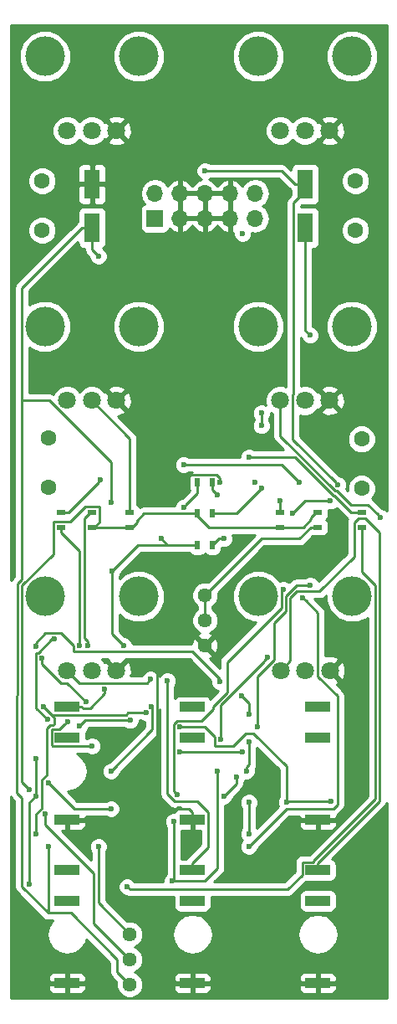
<source format=gbl>
G04 #@! TF.FileFunction,Copper,L2,Bot,Signal*
%FSLAX46Y46*%
G04 Gerber Fmt 4.6, Leading zero omitted, Abs format (unit mm)*
G04 Created by KiCad (PCBNEW 4.0.6) date Tuesday, December 12, 2017 'AMt' 12:19:16 AM*
%MOMM*%
%LPD*%
G01*
G04 APERTURE LIST*
%ADD10C,0.100000*%
%ADD11C,0.600000*%
%ADD12R,1.600000X3.000000*%
%ADD13R,2.500000X1.000000*%
%ADD14R,0.900000X0.500000*%
%ADD15R,0.500000X0.900000*%
%ADD16C,1.440000*%
%ADD17R,1.700000X1.700000*%
%ADD18O,1.700000X1.700000*%
%ADD19C,1.600000*%
%ADD20C,1.800000*%
%ADD21C,4.000000*%
%ADD22C,0.250000*%
%ADD23C,0.254000*%
G04 APERTURE END LIST*
D10*
D11*
X175387000Y-68072000D03*
X172720000Y-118110000D03*
X168910000Y-137160000D03*
X169545000Y-109220000D03*
X169545000Y-127635000D03*
X180340000Y-109220000D03*
D12*
X163830000Y-83480000D03*
X163830000Y-79080000D03*
X185420000Y-83480000D03*
X185420000Y-79080000D03*
D13*
X186690000Y-159860000D03*
X186690000Y-151560000D03*
X186690000Y-148460000D03*
X173990000Y-159860000D03*
X173990000Y-151560000D03*
X173990000Y-148460000D03*
X161290000Y-143350000D03*
X161290000Y-135050000D03*
X161290000Y-131950000D03*
X186690000Y-143350000D03*
X186690000Y-135050000D03*
X186690000Y-131950000D03*
X173990000Y-143350000D03*
X173990000Y-135050000D03*
X173990000Y-131950000D03*
X161290000Y-159860000D03*
X161290000Y-151560000D03*
X161290000Y-148460000D03*
D14*
X160655000Y-112280000D03*
X160655000Y-113780000D03*
D15*
X174510000Y-112395000D03*
X176010000Y-112395000D03*
D14*
X163830000Y-113780000D03*
X163830000Y-112280000D03*
X182880000Y-113780000D03*
X182880000Y-112280000D03*
X167640000Y-113780000D03*
X167640000Y-112280000D03*
X186690000Y-113780000D03*
X186690000Y-112280000D03*
D15*
X174510000Y-109220000D03*
X176010000Y-109220000D03*
X176010000Y-115570000D03*
X174510000Y-115570000D03*
D14*
X191135000Y-113780000D03*
X191135000Y-112280000D03*
D16*
X175260000Y-120650000D03*
X175260000Y-123190000D03*
X175260000Y-125730000D03*
X167640000Y-160020000D03*
X167640000Y-157480000D03*
X167640000Y-154940000D03*
D17*
X170180000Y-82550000D03*
D18*
X170180000Y-80010000D03*
X172720000Y-82550000D03*
X172720000Y-80010000D03*
X175260000Y-82550000D03*
X175260000Y-80010000D03*
X177800000Y-82550000D03*
X177800000Y-80010000D03*
X180340000Y-82550000D03*
X180340000Y-80010000D03*
D19*
X159385000Y-104775000D03*
X159385000Y-109775000D03*
X158750000Y-78740000D03*
X158750000Y-83740000D03*
X191135000Y-109855000D03*
X191135000Y-104855000D03*
X190500000Y-78740000D03*
X190500000Y-83740000D03*
D20*
X187920000Y-128270000D03*
X185420000Y-128270000D03*
X182920000Y-128270000D03*
D21*
X190170000Y-120770000D03*
X180670000Y-120770000D03*
D20*
X166290000Y-128270000D03*
X163790000Y-128270000D03*
X161290000Y-128270000D03*
D21*
X168540000Y-120770000D03*
X159040000Y-120770000D03*
D20*
X187880000Y-73660000D03*
X185380000Y-73660000D03*
X182880000Y-73660000D03*
D21*
X190130000Y-66160000D03*
X180630000Y-66160000D03*
D20*
X187880000Y-100965000D03*
X185380000Y-100965000D03*
X182880000Y-100965000D03*
D21*
X190130000Y-93465000D03*
X180630000Y-93465000D03*
D20*
X166290000Y-100965000D03*
X163790000Y-100965000D03*
X161290000Y-100965000D03*
D21*
X168540000Y-93465000D03*
X159040000Y-93465000D03*
D20*
X166290000Y-73660000D03*
X163790000Y-73660000D03*
X161290000Y-73660000D03*
D21*
X168540000Y-66160000D03*
X159040000Y-66160000D03*
D11*
X182245000Y-105410000D03*
X159385000Y-139619960D03*
X165735000Y-142240000D03*
X161309989Y-133400011D03*
X163830000Y-135890000D03*
X158750000Y-127000008D03*
X163195000Y-131445000D03*
X179070000Y-84074002D03*
X164465000Y-146050000D03*
X176530002Y-110490000D03*
X165727930Y-111251828D03*
X164465000Y-86360000D03*
X159385000Y-146050000D03*
X179705000Y-132715000D03*
X178983710Y-130819990D03*
X176755007Y-129411093D03*
X158092516Y-125854345D03*
X173089978Y-109220000D03*
X176760002Y-109220000D03*
X188722000Y-109474000D03*
X175260000Y-77724000D03*
X184150000Y-112395000D03*
X187960000Y-111125000D03*
X185904719Y-94359571D03*
X181551546Y-126941546D03*
X176530000Y-138430000D03*
X176849997Y-135255000D03*
X171956055Y-149566504D03*
X172085000Y-143510000D03*
X185166000Y-120904000D03*
X179705000Y-146050000D03*
X183212947Y-120066730D03*
X172466000Y-140833010D03*
X185927998Y-119634000D03*
X179749346Y-135451531D03*
X180548366Y-133932988D03*
X179465000Y-138430000D03*
X171450000Y-129286000D03*
X169752660Y-129159208D03*
X163350023Y-125730000D03*
X165100000Y-130175000D03*
X193040008Y-112776000D03*
X167364988Y-150109989D03*
X165849449Y-118224449D03*
X172720000Y-133985000D03*
X170815000Y-114935000D03*
X183515000Y-141605000D03*
X188061950Y-141503050D03*
X167005000Y-125730000D03*
X173089978Y-107445082D03*
X164689903Y-108989996D03*
X184785000Y-109220000D03*
X162550010Y-125730000D03*
X158115000Y-137159976D03*
X158115000Y-140969994D03*
X157480000Y-149860000D03*
X157480008Y-140335000D03*
X180975000Y-102235000D03*
X180975000Y-103505000D03*
X180975000Y-109855000D03*
X182880000Y-111125000D03*
X162560000Y-133858000D03*
X167660000Y-133285000D03*
X159089989Y-142750551D03*
X173089978Y-111759996D03*
X169300825Y-132541927D03*
X158895005Y-131935000D03*
X158115000Y-144780000D03*
X177165000Y-114935000D03*
X179705000Y-141605000D03*
X179705000Y-144780000D03*
X179705000Y-106680000D03*
X177165000Y-140970000D03*
X178435000Y-139065000D03*
X169781577Y-131902477D03*
X165735000Y-138430000D03*
X179070000Y-136525000D03*
X172720000Y-136525000D03*
X159299569Y-133223463D03*
X160020000Y-125095000D03*
D22*
X159385000Y-139619960D02*
X162005040Y-142240000D01*
X162005040Y-142240000D02*
X165735000Y-142240000D01*
X159794998Y-135890000D02*
X159714999Y-135810001D01*
X159714999Y-135810001D02*
X159714999Y-134289999D01*
X159714999Y-134289999D02*
X159779999Y-134224999D01*
X161009990Y-133700010D02*
X161309989Y-133400011D01*
X159779999Y-134224999D02*
X160485001Y-134224999D01*
X160485001Y-134224999D02*
X161009990Y-133700010D01*
X163830000Y-135890000D02*
X159794998Y-135890000D01*
X158750000Y-127635000D02*
X158750000Y-127000008D01*
X160655000Y-129540000D02*
X158750000Y-127635000D01*
X161290000Y-129540000D02*
X160655000Y-129540000D01*
X163195000Y-131445000D02*
X161290000Y-129540000D01*
X176010000Y-109220000D02*
X176010000Y-109969998D01*
X176010000Y-109969998D02*
X176530002Y-110490000D01*
X164465000Y-146050000D02*
X164465000Y-151765000D01*
X164465000Y-151765000D02*
X167640000Y-154940000D01*
X159476998Y-100965000D02*
X165727930Y-107215932D01*
X156714999Y-100965000D02*
X159476998Y-100965000D01*
X165727930Y-107215932D02*
X165727930Y-110827564D01*
X165727930Y-110827564D02*
X165727930Y-111251828D01*
X161673233Y-152783233D02*
X166370000Y-157480000D01*
X166370000Y-157480000D02*
X166370000Y-158750000D01*
X166370000Y-158750000D02*
X167640000Y-160020000D01*
X159385000Y-152783233D02*
X161673233Y-152783233D01*
X164465000Y-86360000D02*
X163830000Y-85725000D01*
X163830000Y-85725000D02*
X163830000Y-83480000D01*
X156714999Y-89545001D02*
X156714999Y-100965000D01*
X156714999Y-100965000D02*
X156714999Y-119017589D01*
X156714999Y-150113232D02*
X159385000Y-152783233D01*
X156714999Y-141130001D02*
X156714999Y-150113232D01*
X156219999Y-130798591D02*
X156219999Y-140635001D01*
X156219999Y-140635001D02*
X156714999Y-141130001D01*
X156264988Y-119467599D02*
X156264988Y-130753602D01*
X156264988Y-130753602D02*
X156219999Y-130798591D01*
X156714999Y-119017589D02*
X156264988Y-119467599D01*
X162780000Y-83480000D02*
X156714999Y-89545001D01*
X163830000Y-83480000D02*
X162780000Y-83480000D01*
X159385000Y-146050000D02*
X159385000Y-152783233D01*
X179705000Y-131541280D02*
X179705000Y-132715000D01*
X178983710Y-130819990D02*
X179705000Y-131541280D01*
X158092516Y-125854345D02*
X158092516Y-125462480D01*
X158092516Y-125462480D02*
X159094996Y-124460000D01*
X159094996Y-124460000D02*
X160655000Y-124460000D01*
X160655000Y-124460000D02*
X161925000Y-125730000D01*
X161925000Y-125730000D02*
X161925000Y-126365000D01*
X161925000Y-126365000D02*
X173989996Y-126365000D01*
X173989996Y-126365000D02*
X176755007Y-129130011D01*
X176755007Y-129130011D02*
X176755007Y-129411093D01*
X168910000Y-140462000D02*
X170688000Y-142240000D01*
X170688000Y-142240000D02*
X173630000Y-142240000D01*
X168910000Y-137160000D02*
X168910000Y-140462000D01*
X173630000Y-142240000D02*
X172593000Y-142240000D01*
X172593000Y-142240000D02*
X172466000Y-142113000D01*
X173990000Y-143350000D02*
X173990000Y-142600000D01*
X173990000Y-142600000D02*
X173630000Y-142240000D01*
X170377670Y-134874000D02*
X170377670Y-132231386D01*
X168910000Y-137160000D02*
X169209999Y-136860001D01*
X169209999Y-136860001D02*
X169209999Y-136041671D01*
X169209999Y-136041671D02*
X170377670Y-134874000D01*
X176760002Y-109220000D02*
X176760002Y-108795736D01*
X176760002Y-108795736D02*
X176409265Y-108444999D01*
X173864979Y-108444999D02*
X173389977Y-108920001D01*
X173389977Y-108920001D02*
X173089978Y-109220000D01*
X176409265Y-108444999D02*
X173864979Y-108444999D01*
X172466000Y-142113000D02*
X172753000Y-142113000D01*
X170377670Y-132231386D02*
X170406578Y-132202478D01*
X170406578Y-132202478D02*
X170406578Y-128496578D01*
X170406578Y-128496578D02*
X169545000Y-127635000D01*
X184234999Y-100296999D02*
X184154999Y-100376999D01*
X184154999Y-100376999D02*
X184154999Y-104906999D01*
X184154999Y-104906999D02*
X188422001Y-109174001D01*
X188422001Y-109174001D02*
X188722000Y-109474000D01*
X185420000Y-79780000D02*
X184234999Y-80965001D01*
X184234999Y-80965001D02*
X184234999Y-100296999D01*
X185420000Y-79080000D02*
X185420000Y-79780000D01*
X184370000Y-79080000D02*
X183014000Y-77724000D01*
X183014000Y-77724000D02*
X175260000Y-77724000D01*
X185420000Y-79080000D02*
X184370000Y-79080000D01*
X187960000Y-111125000D02*
X185420000Y-111125000D01*
X185420000Y-111125000D02*
X184150000Y-112395000D01*
X185420000Y-78380000D02*
X185420000Y-79080000D01*
X185420000Y-93874852D02*
X185904719Y-94359571D01*
X185420000Y-83480000D02*
X185420000Y-93874852D01*
X176849997Y-135255000D02*
X176849997Y-131760003D01*
X181251547Y-127241545D02*
X181551546Y-126941546D01*
X181251547Y-127358453D02*
X181251547Y-127241545D01*
X176849997Y-131760003D02*
X181251547Y-127358453D01*
X176530000Y-148255002D02*
X176530000Y-138430000D01*
X175218498Y-149566504D02*
X176530000Y-148255002D01*
X171956055Y-149566504D02*
X175218498Y-149566504D01*
X172085000Y-149437559D02*
X171956055Y-149566504D01*
X172085000Y-143510000D02*
X172085000Y-149437559D01*
X186690000Y-128853002D02*
X186690000Y-122428000D01*
X186690000Y-122428000D02*
X185465999Y-121203999D01*
X185465999Y-121203999D02*
X185166000Y-120904000D01*
X188250002Y-142240000D02*
X188686951Y-141803051D01*
X183515000Y-142240000D02*
X188250002Y-142240000D01*
X188686951Y-141803051D02*
X188686951Y-130849953D01*
X188686951Y-130849953D02*
X186690000Y-128853002D01*
X179705000Y-146050000D02*
X183515000Y-142240000D01*
X182995001Y-120284676D02*
X183212947Y-120066730D01*
X176079989Y-132205011D02*
X176079989Y-131893596D01*
X176079989Y-131893596D02*
X177499999Y-130473586D01*
X182995001Y-121901176D02*
X182995001Y-120284676D01*
X174925002Y-133359998D02*
X176079989Y-132205011D01*
X177499999Y-127396178D02*
X182995001Y-121901176D01*
X177499999Y-130473586D02*
X177499999Y-127396178D01*
X172094998Y-140462008D02*
X172094998Y-133684998D01*
X172094998Y-133684998D02*
X172419998Y-133359998D01*
X172466000Y-140833010D02*
X172094998Y-140462008D01*
X172419998Y-133359998D02*
X174925002Y-133359998D01*
X183445012Y-120718563D02*
X184529575Y-119634000D01*
X184529575Y-119634000D02*
X185503734Y-119634000D01*
X185503734Y-119634000D02*
X185927998Y-119634000D01*
X183445012Y-122249090D02*
X183445012Y-120718563D01*
X182235003Y-123459099D02*
X183445012Y-122249090D01*
X182235003Y-127141995D02*
X182235003Y-123459099D01*
X180548366Y-128828632D02*
X182235003Y-127141995D01*
X180548366Y-133932988D02*
X180548366Y-128828632D01*
X179749346Y-137721390D02*
X179749346Y-135451531D01*
X179465000Y-138430000D02*
X179465000Y-138005736D01*
X179465000Y-138005736D02*
X179749346Y-137721390D01*
X192945012Y-141454988D02*
X186690000Y-147710000D01*
X191493001Y-112855001D02*
X192945012Y-114307012D01*
X186857897Y-120259003D02*
X190359999Y-116756901D01*
X190359999Y-113269999D02*
X190774997Y-112855001D01*
X190774997Y-112855001D02*
X191493001Y-112855001D01*
X190359999Y-116756901D02*
X190359999Y-113269999D01*
X184540982Y-120259003D02*
X186857897Y-120259003D01*
X182920000Y-128270000D02*
X183895023Y-127294977D01*
X183895023Y-127294977D02*
X183895023Y-120904962D01*
X192945012Y-114307012D02*
X192945012Y-141454988D01*
X183895023Y-120904962D02*
X184540982Y-120259003D01*
X186690000Y-147710000D02*
X186690000Y-148460000D01*
X171450000Y-140742012D02*
X171450000Y-129286000D01*
X161290000Y-128270000D02*
X162560000Y-129540000D01*
X162560000Y-129540000D02*
X169371868Y-129540000D01*
X169371868Y-129540000D02*
X169752660Y-129159208D01*
X175565001Y-142589999D02*
X174433013Y-141458011D01*
X175565001Y-146134999D02*
X175565001Y-142589999D01*
X173990000Y-147710000D02*
X175565001Y-146134999D01*
X173990000Y-148460000D02*
X173990000Y-147710000D01*
X174433013Y-141458011D02*
X172165999Y-141458011D01*
X172165999Y-141458011D02*
X171450000Y-140742012D01*
X163350023Y-125305736D02*
X163350023Y-125730000D01*
X163054999Y-125010712D02*
X163350023Y-125305736D01*
X163630000Y-112280000D02*
X163054999Y-112855001D01*
X163830000Y-112280000D02*
X163630000Y-112280000D01*
X163054999Y-112855001D02*
X163054999Y-125010712D01*
X162790000Y-131950000D02*
X161290000Y-131950000D01*
X162910001Y-132070001D02*
X162790000Y-131950000D01*
X163629263Y-132070001D02*
X162910001Y-132070001D01*
X165100000Y-130599264D02*
X163629263Y-132070001D01*
X165100000Y-130175000D02*
X165100000Y-130599264D01*
X192740009Y-112476001D02*
X193040008Y-112776000D01*
X182880000Y-100965000D02*
X182880000Y-104557002D01*
X182880000Y-104557002D02*
X188421999Y-110099001D01*
X188421999Y-110099001D02*
X188640995Y-110099001D01*
X188640995Y-110099001D02*
X190047996Y-111506002D01*
X190047996Y-111506002D02*
X191770010Y-111506002D01*
X191770010Y-111506002D02*
X192740009Y-112476001D01*
X191135000Y-113780000D02*
X191135000Y-118293998D01*
X191135000Y-118293998D02*
X192495001Y-119653999D01*
X192495001Y-119653999D02*
X192495001Y-141268589D01*
X192495001Y-141268589D02*
X186239991Y-147523599D01*
X186239991Y-147523599D02*
X186239991Y-147634999D01*
X186239991Y-147634999D02*
X185179999Y-147634999D01*
X185179999Y-147634999D02*
X185114999Y-147699999D01*
X185114999Y-147699999D02*
X185114999Y-148895001D01*
X185114999Y-148895001D02*
X183600012Y-150409988D01*
X183600012Y-150409988D02*
X167664987Y-150409988D01*
X167664987Y-150409988D02*
X167364988Y-150109989D01*
X174510000Y-115570000D02*
X168503898Y-115570000D01*
X165849449Y-124574449D02*
X165849449Y-118224449D01*
X167005000Y-125730000D02*
X165849449Y-124574449D01*
X168503898Y-115570000D02*
X165849449Y-118224449D01*
X175254982Y-133985000D02*
X176224978Y-134954996D01*
X179395000Y-134620000D02*
X180174357Y-134620000D01*
X176224978Y-135894978D02*
X176229998Y-135899998D01*
X176229998Y-135899998D02*
X178115002Y-135899998D01*
X183515000Y-137960643D02*
X183515000Y-141605000D01*
X176224978Y-134954996D02*
X176224978Y-135894978D01*
X180174357Y-134620000D02*
X183515000Y-137960643D01*
X172720000Y-133985000D02*
X175254982Y-133985000D01*
X178115002Y-135899998D02*
X179395000Y-134620000D01*
X171450000Y-115570000D02*
X170815000Y-114935000D01*
X174510000Y-115570000D02*
X171450000Y-115570000D01*
X183616950Y-141503050D02*
X183515000Y-141605000D01*
X188061950Y-141503050D02*
X183616950Y-141503050D01*
X183010082Y-107445082D02*
X173514242Y-107445082D01*
X173514242Y-107445082D02*
X173089978Y-107445082D01*
X184785000Y-109220000D02*
X183010082Y-107445082D01*
X164389904Y-109289995D02*
X164689903Y-108989996D01*
X160655000Y-112280000D02*
X161399899Y-112280000D01*
X161399899Y-112280000D02*
X164389904Y-109289995D01*
X162560000Y-116185000D02*
X162560000Y-125295746D01*
X160655000Y-113780000D02*
X160655000Y-114280000D01*
X160655000Y-114280000D02*
X162560000Y-116185000D01*
X162550010Y-125305736D02*
X162550010Y-125730000D01*
X162560000Y-125295746D02*
X162550010Y-125305736D01*
X158115000Y-140969994D02*
X158115000Y-137159976D01*
X157480000Y-141604994D02*
X158115000Y-140969994D01*
X157480000Y-149860000D02*
X157480000Y-141604994D01*
X161619999Y-113204999D02*
X159944999Y-113204999D01*
X164030000Y-113780000D02*
X164605001Y-113204999D01*
X164605001Y-113204999D02*
X164605001Y-111769999D01*
X164605001Y-111769999D02*
X164540001Y-111704999D01*
X164540001Y-111704999D02*
X163119999Y-111704999D01*
X163119999Y-111704999D02*
X161619999Y-113204999D01*
X159944999Y-113204999D02*
X159879999Y-113269999D01*
X159879999Y-113269999D02*
X159879999Y-116488999D01*
X159879999Y-116488999D02*
X156714999Y-119653999D01*
X156714999Y-119653999D02*
X156714999Y-139569991D01*
X156714999Y-139569991D02*
X157480008Y-140335000D01*
X163830000Y-113780000D02*
X164030000Y-113780000D01*
X167640000Y-113780000D02*
X163830000Y-113780000D01*
X182880000Y-113780000D02*
X185190000Y-113780000D01*
X185190000Y-113780000D02*
X185990000Y-112980000D01*
X185990000Y-112980000D02*
X185990000Y-112780000D01*
X185990000Y-112780000D02*
X186490000Y-112280000D01*
X186490000Y-112280000D02*
X186690000Y-112280000D01*
X174510000Y-112395000D02*
X174510000Y-112595000D01*
X174510000Y-112595000D02*
X175695000Y-113780000D01*
X175695000Y-113780000D02*
X182880000Y-113780000D01*
X174510000Y-112395000D02*
X169025000Y-112395000D01*
X168340000Y-113080000D02*
X168340000Y-113280000D01*
X169025000Y-112395000D02*
X168340000Y-113080000D01*
X167840000Y-113780000D02*
X167640000Y-113780000D01*
X168340000Y-113280000D02*
X167840000Y-113780000D01*
X180975000Y-103505000D02*
X180975000Y-102235000D01*
X176010000Y-112395000D02*
X178435000Y-112395000D01*
X178435000Y-112395000D02*
X180975000Y-109855000D01*
X176010000Y-112195000D02*
X176010000Y-112395000D01*
X182880000Y-112280000D02*
X182880000Y-111125000D01*
X167640000Y-111780000D02*
X167640000Y-112280000D01*
X163790000Y-100965000D02*
X167640000Y-104815000D01*
X167640000Y-104815000D02*
X167640000Y-111780000D01*
X167660000Y-133285000D02*
X163133000Y-133285000D01*
X163133000Y-133285000D02*
X162560000Y-133858000D01*
X175260000Y-120650000D02*
X180975000Y-114935000D01*
X180975000Y-114935000D02*
X184835000Y-114935000D01*
X184835000Y-114935000D02*
X185990000Y-113780000D01*
X185990000Y-113780000D02*
X186690000Y-113780000D01*
X175260000Y-123190000D02*
X175260000Y-120650000D01*
X159089989Y-143851400D02*
X159089989Y-142750551D01*
X164014989Y-148776400D02*
X159089989Y-143851400D01*
X164014989Y-153854989D02*
X164014989Y-148776400D01*
X167640000Y-157480000D02*
X164014989Y-153854989D01*
X174510000Y-110339974D02*
X173389977Y-111459997D01*
X173389977Y-111459997D02*
X173089978Y-111759996D01*
X174510000Y-109220000D02*
X174510000Y-110339974D01*
X159464268Y-132504264D02*
X159735005Y-132775001D01*
X159735005Y-132775001D02*
X167244997Y-132775001D01*
X167244997Y-132775001D02*
X167478071Y-132541927D01*
X168876561Y-132541927D02*
X169300825Y-132541927D01*
X167478071Y-132541927D02*
X168876561Y-132541927D01*
X158750000Y-139329986D02*
X159264988Y-138814998D01*
X158115000Y-144780000D02*
X158115000Y-142800536D01*
X160010009Y-133650001D02*
X160010009Y-133050005D01*
X160010009Y-133050005D02*
X159464268Y-132504264D01*
X158115000Y-142800536D02*
X158750000Y-142165536D01*
X159593599Y-133774988D02*
X159885022Y-133774988D01*
X159885022Y-133774988D02*
X160010009Y-133650001D01*
X159264988Y-134103599D02*
X159593599Y-133774988D01*
X158750000Y-142165536D02*
X158750000Y-139329986D01*
X159264988Y-138814998D02*
X159264988Y-134103599D01*
X159464268Y-132504264D02*
X159195004Y-132234999D01*
X159195004Y-132234999D02*
X158895005Y-131935000D01*
X177165000Y-114935000D02*
X176645000Y-114935000D01*
X176645000Y-114935000D02*
X176010000Y-115570000D01*
X179705000Y-144780000D02*
X179705000Y-141605000D01*
X190093585Y-112280000D02*
X188362597Y-110549012D01*
X188235599Y-110549012D02*
X184366587Y-106680000D01*
X191135000Y-112280000D02*
X190093585Y-112280000D01*
X184366587Y-106680000D02*
X180129264Y-106680000D01*
X180129264Y-106680000D02*
X179705000Y-106680000D01*
X188362597Y-110549012D02*
X188235599Y-110549012D01*
X178435000Y-139700000D02*
X177165000Y-140970000D01*
X178435000Y-139065000D02*
X178435000Y-139700000D01*
X169927659Y-132048559D02*
X169781577Y-131902477D01*
X169927659Y-134237341D02*
X169927659Y-132048559D01*
X165735000Y-138430000D02*
X169927659Y-134237341D01*
X172720000Y-136525000D02*
X179070000Y-136525000D01*
X160020000Y-125095000D02*
X159776865Y-125095000D01*
X159776865Y-125095000D02*
X158392518Y-126479347D01*
X158392518Y-126479347D02*
X158124999Y-126479347D01*
X158124999Y-126479347D02*
X158124999Y-132048893D01*
X158124999Y-132048893D02*
X159299569Y-133223463D01*
D23*
G36*
X170690000Y-140742012D02*
X170747852Y-141032851D01*
X170912599Y-141279413D01*
X171628597Y-141995412D01*
X171717528Y-142054833D01*
X171875160Y-142160159D01*
X172165999Y-142218011D01*
X172606422Y-142218011D01*
X172380302Y-142311673D01*
X172201673Y-142490301D01*
X172166560Y-142575070D01*
X171899833Y-142574838D01*
X171556057Y-142716883D01*
X171292808Y-142979673D01*
X171150162Y-143323201D01*
X171149838Y-143695167D01*
X171291883Y-144038943D01*
X171325000Y-144072118D01*
X171325000Y-148875321D01*
X171163863Y-149036177D01*
X171021217Y-149379705D01*
X171020982Y-149649988D01*
X168186591Y-149649988D01*
X168158105Y-149581046D01*
X167895315Y-149317797D01*
X167551787Y-149175151D01*
X167179821Y-149174827D01*
X166836045Y-149316872D01*
X166572796Y-149579662D01*
X166430150Y-149923190D01*
X166429826Y-150295156D01*
X166571871Y-150638932D01*
X166834661Y-150902181D01*
X167178189Y-151044827D01*
X167273537Y-151044910D01*
X167374148Y-151112136D01*
X167664987Y-151169988D01*
X172092560Y-151169988D01*
X172092560Y-152060000D01*
X172136838Y-152295317D01*
X172275910Y-152511441D01*
X172488110Y-152656431D01*
X172740000Y-152707440D01*
X175240000Y-152707440D01*
X175475317Y-152663162D01*
X175691441Y-152524090D01*
X175836431Y-152311890D01*
X175887440Y-152060000D01*
X175887440Y-151169988D01*
X183600012Y-151169988D01*
X183890851Y-151112136D01*
X183968878Y-151060000D01*
X184792560Y-151060000D01*
X184792560Y-152060000D01*
X184836838Y-152295317D01*
X184975910Y-152511441D01*
X185188110Y-152656431D01*
X185440000Y-152707440D01*
X187940000Y-152707440D01*
X188175317Y-152663162D01*
X188391441Y-152524090D01*
X188536431Y-152311890D01*
X188587440Y-152060000D01*
X188587440Y-151060000D01*
X188543162Y-150824683D01*
X188404090Y-150608559D01*
X188191890Y-150463569D01*
X187940000Y-150412560D01*
X185440000Y-150412560D01*
X185204683Y-150456838D01*
X184988559Y-150595910D01*
X184843569Y-150808110D01*
X184792560Y-151060000D01*
X183968878Y-151060000D01*
X184137413Y-150947389D01*
X185477362Y-149607440D01*
X187940000Y-149607440D01*
X188175317Y-149563162D01*
X188391441Y-149424090D01*
X188536431Y-149211890D01*
X188587440Y-148960000D01*
X188587440Y-147960000D01*
X188543162Y-147724683D01*
X188404090Y-147508559D01*
X188191890Y-147363569D01*
X188124816Y-147349986D01*
X193482413Y-141992389D01*
X193647160Y-141745827D01*
X193670000Y-141631004D01*
X193670000Y-161412000D01*
X155580000Y-161412000D01*
X155580000Y-160145750D01*
X159405000Y-160145750D01*
X159405000Y-160486310D01*
X159501673Y-160719699D01*
X159680302Y-160898327D01*
X159913691Y-160995000D01*
X161004250Y-160995000D01*
X161163000Y-160836250D01*
X161163000Y-159987000D01*
X161417000Y-159987000D01*
X161417000Y-160836250D01*
X161575750Y-160995000D01*
X162666309Y-160995000D01*
X162899698Y-160898327D01*
X163078327Y-160719699D01*
X163175000Y-160486310D01*
X163175000Y-160145750D01*
X163016250Y-159987000D01*
X161417000Y-159987000D01*
X161163000Y-159987000D01*
X159563750Y-159987000D01*
X159405000Y-160145750D01*
X155580000Y-160145750D01*
X155580000Y-159233690D01*
X159405000Y-159233690D01*
X159405000Y-159574250D01*
X159563750Y-159733000D01*
X161163000Y-159733000D01*
X161163000Y-158883750D01*
X161417000Y-158883750D01*
X161417000Y-159733000D01*
X163016250Y-159733000D01*
X163175000Y-159574250D01*
X163175000Y-159233690D01*
X163078327Y-159000301D01*
X162899698Y-158821673D01*
X162666309Y-158725000D01*
X161575750Y-158725000D01*
X161417000Y-158883750D01*
X161163000Y-158883750D01*
X161004250Y-158725000D01*
X159913691Y-158725000D01*
X159680302Y-158821673D01*
X159501673Y-159000301D01*
X159405000Y-159233690D01*
X155580000Y-159233690D01*
X155580000Y-141018853D01*
X155682598Y-141172402D01*
X155954999Y-141444803D01*
X155954999Y-150113232D01*
X156012851Y-150404071D01*
X156177598Y-150650633D01*
X158847599Y-153320634D01*
X159094161Y-153485381D01*
X159385000Y-153543233D01*
X159793469Y-153543233D01*
X159386898Y-154151709D01*
X159230097Y-154940000D01*
X159386898Y-155728291D01*
X159833429Y-156396571D01*
X160501709Y-156843102D01*
X161290000Y-156999903D01*
X162078291Y-156843102D01*
X162746571Y-156396571D01*
X163193102Y-155728291D01*
X163251235Y-155436037D01*
X165610000Y-157794802D01*
X165610000Y-158750000D01*
X165667852Y-159040839D01*
X165832599Y-159287401D01*
X166287951Y-159742753D01*
X166285236Y-159749291D01*
X166284765Y-160288344D01*
X166490617Y-160786543D01*
X166871452Y-161168043D01*
X167369291Y-161374764D01*
X167908344Y-161375235D01*
X168406543Y-161169383D01*
X168788043Y-160788548D01*
X168994764Y-160290709D01*
X168994890Y-160145750D01*
X172105000Y-160145750D01*
X172105000Y-160486310D01*
X172201673Y-160719699D01*
X172380302Y-160898327D01*
X172613691Y-160995000D01*
X173704250Y-160995000D01*
X173863000Y-160836250D01*
X173863000Y-159987000D01*
X174117000Y-159987000D01*
X174117000Y-160836250D01*
X174275750Y-160995000D01*
X175366309Y-160995000D01*
X175599698Y-160898327D01*
X175778327Y-160719699D01*
X175875000Y-160486310D01*
X175875000Y-160145750D01*
X184805000Y-160145750D01*
X184805000Y-160486310D01*
X184901673Y-160719699D01*
X185080302Y-160898327D01*
X185313691Y-160995000D01*
X186404250Y-160995000D01*
X186563000Y-160836250D01*
X186563000Y-159987000D01*
X186817000Y-159987000D01*
X186817000Y-160836250D01*
X186975750Y-160995000D01*
X188066309Y-160995000D01*
X188299698Y-160898327D01*
X188478327Y-160719699D01*
X188575000Y-160486310D01*
X188575000Y-160145750D01*
X188416250Y-159987000D01*
X186817000Y-159987000D01*
X186563000Y-159987000D01*
X184963750Y-159987000D01*
X184805000Y-160145750D01*
X175875000Y-160145750D01*
X175716250Y-159987000D01*
X174117000Y-159987000D01*
X173863000Y-159987000D01*
X172263750Y-159987000D01*
X172105000Y-160145750D01*
X168994890Y-160145750D01*
X168995235Y-159751656D01*
X168789383Y-159253457D01*
X168769651Y-159233690D01*
X172105000Y-159233690D01*
X172105000Y-159574250D01*
X172263750Y-159733000D01*
X173863000Y-159733000D01*
X173863000Y-158883750D01*
X174117000Y-158883750D01*
X174117000Y-159733000D01*
X175716250Y-159733000D01*
X175875000Y-159574250D01*
X175875000Y-159233690D01*
X184805000Y-159233690D01*
X184805000Y-159574250D01*
X184963750Y-159733000D01*
X186563000Y-159733000D01*
X186563000Y-158883750D01*
X186817000Y-158883750D01*
X186817000Y-159733000D01*
X188416250Y-159733000D01*
X188575000Y-159574250D01*
X188575000Y-159233690D01*
X188478327Y-159000301D01*
X188299698Y-158821673D01*
X188066309Y-158725000D01*
X186975750Y-158725000D01*
X186817000Y-158883750D01*
X186563000Y-158883750D01*
X186404250Y-158725000D01*
X185313691Y-158725000D01*
X185080302Y-158821673D01*
X184901673Y-159000301D01*
X184805000Y-159233690D01*
X175875000Y-159233690D01*
X175778327Y-159000301D01*
X175599698Y-158821673D01*
X175366309Y-158725000D01*
X174275750Y-158725000D01*
X174117000Y-158883750D01*
X173863000Y-158883750D01*
X173704250Y-158725000D01*
X172613691Y-158725000D01*
X172380302Y-158821673D01*
X172201673Y-159000301D01*
X172105000Y-159233690D01*
X168769651Y-159233690D01*
X168408548Y-158871957D01*
X168114736Y-158749955D01*
X168406543Y-158629383D01*
X168788043Y-158248548D01*
X168994764Y-157750709D01*
X168995235Y-157211656D01*
X168789383Y-156713457D01*
X168408548Y-156331957D01*
X168114736Y-156209955D01*
X168406543Y-156089383D01*
X168788043Y-155708548D01*
X168994764Y-155210709D01*
X168995000Y-154940000D01*
X171930097Y-154940000D01*
X172086898Y-155728291D01*
X172533429Y-156396571D01*
X173201709Y-156843102D01*
X173990000Y-156999903D01*
X174778291Y-156843102D01*
X175446571Y-156396571D01*
X175893102Y-155728291D01*
X176049903Y-154940000D01*
X184630097Y-154940000D01*
X184786898Y-155728291D01*
X185233429Y-156396571D01*
X185901709Y-156843102D01*
X186690000Y-156999903D01*
X187478291Y-156843102D01*
X188146571Y-156396571D01*
X188593102Y-155728291D01*
X188749903Y-154940000D01*
X188593102Y-154151709D01*
X188146571Y-153483429D01*
X187478291Y-153036898D01*
X186690000Y-152880097D01*
X185901709Y-153036898D01*
X185233429Y-153483429D01*
X184786898Y-154151709D01*
X184630097Y-154940000D01*
X176049903Y-154940000D01*
X175893102Y-154151709D01*
X175446571Y-153483429D01*
X174778291Y-153036898D01*
X173990000Y-152880097D01*
X173201709Y-153036898D01*
X172533429Y-153483429D01*
X172086898Y-154151709D01*
X171930097Y-154940000D01*
X168995000Y-154940000D01*
X168995235Y-154671656D01*
X168789383Y-154173457D01*
X168408548Y-153791957D01*
X167910709Y-153585236D01*
X167371656Y-153584765D01*
X167363102Y-153588300D01*
X165225000Y-151450198D01*
X165225000Y-146612463D01*
X165257192Y-146580327D01*
X165399838Y-146236799D01*
X165400162Y-145864833D01*
X165258117Y-145521057D01*
X164995327Y-145257808D01*
X164651799Y-145115162D01*
X164279833Y-145114838D01*
X163936057Y-145256883D01*
X163672808Y-145519673D01*
X163530162Y-145863201D01*
X163529838Y-146235167D01*
X163671883Y-146578943D01*
X163705000Y-146612118D01*
X163705000Y-147391609D01*
X160798391Y-144485000D01*
X161004250Y-144485000D01*
X161163000Y-144326250D01*
X161163000Y-143477000D01*
X161417000Y-143477000D01*
X161417000Y-144326250D01*
X161575750Y-144485000D01*
X162666309Y-144485000D01*
X162899698Y-144388327D01*
X163078327Y-144209699D01*
X163175000Y-143976310D01*
X163175000Y-143635750D01*
X163016250Y-143477000D01*
X161417000Y-143477000D01*
X161163000Y-143477000D01*
X161143000Y-143477000D01*
X161143000Y-143223000D01*
X161163000Y-143223000D01*
X161163000Y-143203000D01*
X161417000Y-143203000D01*
X161417000Y-143223000D01*
X163016250Y-143223000D01*
X163175000Y-143064250D01*
X163175000Y-143000000D01*
X165172537Y-143000000D01*
X165204673Y-143032192D01*
X165548201Y-143174838D01*
X165920167Y-143175162D01*
X166263943Y-143033117D01*
X166527192Y-142770327D01*
X166669838Y-142426799D01*
X166670162Y-142054833D01*
X166528117Y-141711057D01*
X166265327Y-141447808D01*
X165921799Y-141305162D01*
X165549833Y-141304838D01*
X165206057Y-141446883D01*
X165172882Y-141480000D01*
X162319842Y-141480000D01*
X161323151Y-140483309D01*
X162078291Y-140333102D01*
X162746571Y-139886571D01*
X163193102Y-139218291D01*
X163349903Y-138430000D01*
X163193102Y-137641709D01*
X162746571Y-136973429D01*
X162262526Y-136650000D01*
X163267537Y-136650000D01*
X163299673Y-136682192D01*
X163643201Y-136824838D01*
X164015167Y-136825162D01*
X164358943Y-136683117D01*
X164622192Y-136420327D01*
X164764838Y-136076799D01*
X164765162Y-135704833D01*
X164623117Y-135361057D01*
X164360327Y-135097808D01*
X164016799Y-134955162D01*
X163644833Y-134954838D01*
X163301057Y-135096883D01*
X163267882Y-135130000D01*
X163187440Y-135130000D01*
X163187440Y-134552792D01*
X163352192Y-134388327D01*
X163494755Y-134045000D01*
X167097537Y-134045000D01*
X167129673Y-134077192D01*
X167473201Y-134219838D01*
X167845167Y-134220162D01*
X168188943Y-134078117D01*
X168452192Y-133815327D01*
X168594838Y-133471799D01*
X168594986Y-133301927D01*
X168738362Y-133301927D01*
X168770498Y-133334119D01*
X169114026Y-133476765D01*
X169167659Y-133476812D01*
X169167659Y-133922539D01*
X165595320Y-137494878D01*
X165549833Y-137494838D01*
X165206057Y-137636883D01*
X164942808Y-137899673D01*
X164800162Y-138243201D01*
X164799838Y-138615167D01*
X164941883Y-138958943D01*
X165204673Y-139222192D01*
X165548201Y-139364838D01*
X165920167Y-139365162D01*
X166263943Y-139223117D01*
X166527192Y-138960327D01*
X166669838Y-138616799D01*
X166669879Y-138569923D01*
X170465060Y-134774742D01*
X170629807Y-134528181D01*
X170687659Y-134237341D01*
X170687659Y-132158528D01*
X170690000Y-132152890D01*
X170690000Y-140742012D01*
X170690000Y-140742012D01*
G37*
X170690000Y-140742012D02*
X170747852Y-141032851D01*
X170912599Y-141279413D01*
X171628597Y-141995412D01*
X171717528Y-142054833D01*
X171875160Y-142160159D01*
X172165999Y-142218011D01*
X172606422Y-142218011D01*
X172380302Y-142311673D01*
X172201673Y-142490301D01*
X172166560Y-142575070D01*
X171899833Y-142574838D01*
X171556057Y-142716883D01*
X171292808Y-142979673D01*
X171150162Y-143323201D01*
X171149838Y-143695167D01*
X171291883Y-144038943D01*
X171325000Y-144072118D01*
X171325000Y-148875321D01*
X171163863Y-149036177D01*
X171021217Y-149379705D01*
X171020982Y-149649988D01*
X168186591Y-149649988D01*
X168158105Y-149581046D01*
X167895315Y-149317797D01*
X167551787Y-149175151D01*
X167179821Y-149174827D01*
X166836045Y-149316872D01*
X166572796Y-149579662D01*
X166430150Y-149923190D01*
X166429826Y-150295156D01*
X166571871Y-150638932D01*
X166834661Y-150902181D01*
X167178189Y-151044827D01*
X167273537Y-151044910D01*
X167374148Y-151112136D01*
X167664987Y-151169988D01*
X172092560Y-151169988D01*
X172092560Y-152060000D01*
X172136838Y-152295317D01*
X172275910Y-152511441D01*
X172488110Y-152656431D01*
X172740000Y-152707440D01*
X175240000Y-152707440D01*
X175475317Y-152663162D01*
X175691441Y-152524090D01*
X175836431Y-152311890D01*
X175887440Y-152060000D01*
X175887440Y-151169988D01*
X183600012Y-151169988D01*
X183890851Y-151112136D01*
X183968878Y-151060000D01*
X184792560Y-151060000D01*
X184792560Y-152060000D01*
X184836838Y-152295317D01*
X184975910Y-152511441D01*
X185188110Y-152656431D01*
X185440000Y-152707440D01*
X187940000Y-152707440D01*
X188175317Y-152663162D01*
X188391441Y-152524090D01*
X188536431Y-152311890D01*
X188587440Y-152060000D01*
X188587440Y-151060000D01*
X188543162Y-150824683D01*
X188404090Y-150608559D01*
X188191890Y-150463569D01*
X187940000Y-150412560D01*
X185440000Y-150412560D01*
X185204683Y-150456838D01*
X184988559Y-150595910D01*
X184843569Y-150808110D01*
X184792560Y-151060000D01*
X183968878Y-151060000D01*
X184137413Y-150947389D01*
X185477362Y-149607440D01*
X187940000Y-149607440D01*
X188175317Y-149563162D01*
X188391441Y-149424090D01*
X188536431Y-149211890D01*
X188587440Y-148960000D01*
X188587440Y-147960000D01*
X188543162Y-147724683D01*
X188404090Y-147508559D01*
X188191890Y-147363569D01*
X188124816Y-147349986D01*
X193482413Y-141992389D01*
X193647160Y-141745827D01*
X193670000Y-141631004D01*
X193670000Y-161412000D01*
X155580000Y-161412000D01*
X155580000Y-160145750D01*
X159405000Y-160145750D01*
X159405000Y-160486310D01*
X159501673Y-160719699D01*
X159680302Y-160898327D01*
X159913691Y-160995000D01*
X161004250Y-160995000D01*
X161163000Y-160836250D01*
X161163000Y-159987000D01*
X161417000Y-159987000D01*
X161417000Y-160836250D01*
X161575750Y-160995000D01*
X162666309Y-160995000D01*
X162899698Y-160898327D01*
X163078327Y-160719699D01*
X163175000Y-160486310D01*
X163175000Y-160145750D01*
X163016250Y-159987000D01*
X161417000Y-159987000D01*
X161163000Y-159987000D01*
X159563750Y-159987000D01*
X159405000Y-160145750D01*
X155580000Y-160145750D01*
X155580000Y-159233690D01*
X159405000Y-159233690D01*
X159405000Y-159574250D01*
X159563750Y-159733000D01*
X161163000Y-159733000D01*
X161163000Y-158883750D01*
X161417000Y-158883750D01*
X161417000Y-159733000D01*
X163016250Y-159733000D01*
X163175000Y-159574250D01*
X163175000Y-159233690D01*
X163078327Y-159000301D01*
X162899698Y-158821673D01*
X162666309Y-158725000D01*
X161575750Y-158725000D01*
X161417000Y-158883750D01*
X161163000Y-158883750D01*
X161004250Y-158725000D01*
X159913691Y-158725000D01*
X159680302Y-158821673D01*
X159501673Y-159000301D01*
X159405000Y-159233690D01*
X155580000Y-159233690D01*
X155580000Y-141018853D01*
X155682598Y-141172402D01*
X155954999Y-141444803D01*
X155954999Y-150113232D01*
X156012851Y-150404071D01*
X156177598Y-150650633D01*
X158847599Y-153320634D01*
X159094161Y-153485381D01*
X159385000Y-153543233D01*
X159793469Y-153543233D01*
X159386898Y-154151709D01*
X159230097Y-154940000D01*
X159386898Y-155728291D01*
X159833429Y-156396571D01*
X160501709Y-156843102D01*
X161290000Y-156999903D01*
X162078291Y-156843102D01*
X162746571Y-156396571D01*
X163193102Y-155728291D01*
X163251235Y-155436037D01*
X165610000Y-157794802D01*
X165610000Y-158750000D01*
X165667852Y-159040839D01*
X165832599Y-159287401D01*
X166287951Y-159742753D01*
X166285236Y-159749291D01*
X166284765Y-160288344D01*
X166490617Y-160786543D01*
X166871452Y-161168043D01*
X167369291Y-161374764D01*
X167908344Y-161375235D01*
X168406543Y-161169383D01*
X168788043Y-160788548D01*
X168994764Y-160290709D01*
X168994890Y-160145750D01*
X172105000Y-160145750D01*
X172105000Y-160486310D01*
X172201673Y-160719699D01*
X172380302Y-160898327D01*
X172613691Y-160995000D01*
X173704250Y-160995000D01*
X173863000Y-160836250D01*
X173863000Y-159987000D01*
X174117000Y-159987000D01*
X174117000Y-160836250D01*
X174275750Y-160995000D01*
X175366309Y-160995000D01*
X175599698Y-160898327D01*
X175778327Y-160719699D01*
X175875000Y-160486310D01*
X175875000Y-160145750D01*
X184805000Y-160145750D01*
X184805000Y-160486310D01*
X184901673Y-160719699D01*
X185080302Y-160898327D01*
X185313691Y-160995000D01*
X186404250Y-160995000D01*
X186563000Y-160836250D01*
X186563000Y-159987000D01*
X186817000Y-159987000D01*
X186817000Y-160836250D01*
X186975750Y-160995000D01*
X188066309Y-160995000D01*
X188299698Y-160898327D01*
X188478327Y-160719699D01*
X188575000Y-160486310D01*
X188575000Y-160145750D01*
X188416250Y-159987000D01*
X186817000Y-159987000D01*
X186563000Y-159987000D01*
X184963750Y-159987000D01*
X184805000Y-160145750D01*
X175875000Y-160145750D01*
X175716250Y-159987000D01*
X174117000Y-159987000D01*
X173863000Y-159987000D01*
X172263750Y-159987000D01*
X172105000Y-160145750D01*
X168994890Y-160145750D01*
X168995235Y-159751656D01*
X168789383Y-159253457D01*
X168769651Y-159233690D01*
X172105000Y-159233690D01*
X172105000Y-159574250D01*
X172263750Y-159733000D01*
X173863000Y-159733000D01*
X173863000Y-158883750D01*
X174117000Y-158883750D01*
X174117000Y-159733000D01*
X175716250Y-159733000D01*
X175875000Y-159574250D01*
X175875000Y-159233690D01*
X184805000Y-159233690D01*
X184805000Y-159574250D01*
X184963750Y-159733000D01*
X186563000Y-159733000D01*
X186563000Y-158883750D01*
X186817000Y-158883750D01*
X186817000Y-159733000D01*
X188416250Y-159733000D01*
X188575000Y-159574250D01*
X188575000Y-159233690D01*
X188478327Y-159000301D01*
X188299698Y-158821673D01*
X188066309Y-158725000D01*
X186975750Y-158725000D01*
X186817000Y-158883750D01*
X186563000Y-158883750D01*
X186404250Y-158725000D01*
X185313691Y-158725000D01*
X185080302Y-158821673D01*
X184901673Y-159000301D01*
X184805000Y-159233690D01*
X175875000Y-159233690D01*
X175778327Y-159000301D01*
X175599698Y-158821673D01*
X175366309Y-158725000D01*
X174275750Y-158725000D01*
X174117000Y-158883750D01*
X173863000Y-158883750D01*
X173704250Y-158725000D01*
X172613691Y-158725000D01*
X172380302Y-158821673D01*
X172201673Y-159000301D01*
X172105000Y-159233690D01*
X168769651Y-159233690D01*
X168408548Y-158871957D01*
X168114736Y-158749955D01*
X168406543Y-158629383D01*
X168788043Y-158248548D01*
X168994764Y-157750709D01*
X168995235Y-157211656D01*
X168789383Y-156713457D01*
X168408548Y-156331957D01*
X168114736Y-156209955D01*
X168406543Y-156089383D01*
X168788043Y-155708548D01*
X168994764Y-155210709D01*
X168995000Y-154940000D01*
X171930097Y-154940000D01*
X172086898Y-155728291D01*
X172533429Y-156396571D01*
X173201709Y-156843102D01*
X173990000Y-156999903D01*
X174778291Y-156843102D01*
X175446571Y-156396571D01*
X175893102Y-155728291D01*
X176049903Y-154940000D01*
X184630097Y-154940000D01*
X184786898Y-155728291D01*
X185233429Y-156396571D01*
X185901709Y-156843102D01*
X186690000Y-156999903D01*
X187478291Y-156843102D01*
X188146571Y-156396571D01*
X188593102Y-155728291D01*
X188749903Y-154940000D01*
X188593102Y-154151709D01*
X188146571Y-153483429D01*
X187478291Y-153036898D01*
X186690000Y-152880097D01*
X185901709Y-153036898D01*
X185233429Y-153483429D01*
X184786898Y-154151709D01*
X184630097Y-154940000D01*
X176049903Y-154940000D01*
X175893102Y-154151709D01*
X175446571Y-153483429D01*
X174778291Y-153036898D01*
X173990000Y-152880097D01*
X173201709Y-153036898D01*
X172533429Y-153483429D01*
X172086898Y-154151709D01*
X171930097Y-154940000D01*
X168995000Y-154940000D01*
X168995235Y-154671656D01*
X168789383Y-154173457D01*
X168408548Y-153791957D01*
X167910709Y-153585236D01*
X167371656Y-153584765D01*
X167363102Y-153588300D01*
X165225000Y-151450198D01*
X165225000Y-146612463D01*
X165257192Y-146580327D01*
X165399838Y-146236799D01*
X165400162Y-145864833D01*
X165258117Y-145521057D01*
X164995327Y-145257808D01*
X164651799Y-145115162D01*
X164279833Y-145114838D01*
X163936057Y-145256883D01*
X163672808Y-145519673D01*
X163530162Y-145863201D01*
X163529838Y-146235167D01*
X163671883Y-146578943D01*
X163705000Y-146612118D01*
X163705000Y-147391609D01*
X160798391Y-144485000D01*
X161004250Y-144485000D01*
X161163000Y-144326250D01*
X161163000Y-143477000D01*
X161417000Y-143477000D01*
X161417000Y-144326250D01*
X161575750Y-144485000D01*
X162666309Y-144485000D01*
X162899698Y-144388327D01*
X163078327Y-144209699D01*
X163175000Y-143976310D01*
X163175000Y-143635750D01*
X163016250Y-143477000D01*
X161417000Y-143477000D01*
X161163000Y-143477000D01*
X161143000Y-143477000D01*
X161143000Y-143223000D01*
X161163000Y-143223000D01*
X161163000Y-143203000D01*
X161417000Y-143203000D01*
X161417000Y-143223000D01*
X163016250Y-143223000D01*
X163175000Y-143064250D01*
X163175000Y-143000000D01*
X165172537Y-143000000D01*
X165204673Y-143032192D01*
X165548201Y-143174838D01*
X165920167Y-143175162D01*
X166263943Y-143033117D01*
X166527192Y-142770327D01*
X166669838Y-142426799D01*
X166670162Y-142054833D01*
X166528117Y-141711057D01*
X166265327Y-141447808D01*
X165921799Y-141305162D01*
X165549833Y-141304838D01*
X165206057Y-141446883D01*
X165172882Y-141480000D01*
X162319842Y-141480000D01*
X161323151Y-140483309D01*
X162078291Y-140333102D01*
X162746571Y-139886571D01*
X163193102Y-139218291D01*
X163349903Y-138430000D01*
X163193102Y-137641709D01*
X162746571Y-136973429D01*
X162262526Y-136650000D01*
X163267537Y-136650000D01*
X163299673Y-136682192D01*
X163643201Y-136824838D01*
X164015167Y-136825162D01*
X164358943Y-136683117D01*
X164622192Y-136420327D01*
X164764838Y-136076799D01*
X164765162Y-135704833D01*
X164623117Y-135361057D01*
X164360327Y-135097808D01*
X164016799Y-134955162D01*
X163644833Y-134954838D01*
X163301057Y-135096883D01*
X163267882Y-135130000D01*
X163187440Y-135130000D01*
X163187440Y-134552792D01*
X163352192Y-134388327D01*
X163494755Y-134045000D01*
X167097537Y-134045000D01*
X167129673Y-134077192D01*
X167473201Y-134219838D01*
X167845167Y-134220162D01*
X168188943Y-134078117D01*
X168452192Y-133815327D01*
X168594838Y-133471799D01*
X168594986Y-133301927D01*
X168738362Y-133301927D01*
X168770498Y-133334119D01*
X169114026Y-133476765D01*
X169167659Y-133476812D01*
X169167659Y-133922539D01*
X165595320Y-137494878D01*
X165549833Y-137494838D01*
X165206057Y-137636883D01*
X164942808Y-137899673D01*
X164800162Y-138243201D01*
X164799838Y-138615167D01*
X164941883Y-138958943D01*
X165204673Y-139222192D01*
X165548201Y-139364838D01*
X165920167Y-139365162D01*
X166263943Y-139223117D01*
X166527192Y-138960327D01*
X166669838Y-138616799D01*
X166669879Y-138569923D01*
X170465060Y-134774742D01*
X170629807Y-134528181D01*
X170687659Y-134237341D01*
X170687659Y-132158528D01*
X170690000Y-132152890D01*
X170690000Y-140742012D01*
G36*
X187534543Y-121291834D02*
X187934853Y-122260658D01*
X188675443Y-123002542D01*
X189643567Y-123404542D01*
X190691834Y-123405457D01*
X191660658Y-123005147D01*
X191735001Y-122930934D01*
X191735001Y-140953787D01*
X185813789Y-146874999D01*
X185179999Y-146874999D01*
X184889160Y-146932851D01*
X184642598Y-147097598D01*
X184577598Y-147162598D01*
X184412851Y-147409160D01*
X184354999Y-147699999D01*
X184354999Y-148580199D01*
X183285210Y-149649988D01*
X176209816Y-149649988D01*
X177067401Y-148792403D01*
X177232148Y-148545841D01*
X177290000Y-148255002D01*
X177290000Y-141905110D01*
X177350167Y-141905162D01*
X177693943Y-141763117D01*
X177957192Y-141500327D01*
X178099838Y-141156799D01*
X178099879Y-141109923D01*
X178972401Y-140237401D01*
X179137148Y-139990840D01*
X179195000Y-139700000D01*
X179195000Y-139627463D01*
X179227192Y-139595327D01*
X179322884Y-139364877D01*
X179650167Y-139365162D01*
X179993943Y-139223117D01*
X180257192Y-138960327D01*
X180399838Y-138616799D01*
X180400162Y-138244833D01*
X180360390Y-138148577D01*
X180451494Y-138012229D01*
X180509346Y-137721390D01*
X180509346Y-136029791D01*
X182755000Y-138275445D01*
X182755000Y-141042537D01*
X182722808Y-141074673D01*
X182580162Y-141418201D01*
X182579838Y-141790167D01*
X182670533Y-142009665D01*
X180465000Y-144215198D01*
X180465000Y-142167463D01*
X180497192Y-142135327D01*
X180639838Y-141791799D01*
X180640162Y-141419833D01*
X180498117Y-141076057D01*
X180235327Y-140812808D01*
X179891799Y-140670162D01*
X179519833Y-140669838D01*
X179176057Y-140811883D01*
X178912808Y-141074673D01*
X178770162Y-141418201D01*
X178769838Y-141790167D01*
X178911883Y-142133943D01*
X178945000Y-142167118D01*
X178945000Y-144217537D01*
X178912808Y-144249673D01*
X178770162Y-144593201D01*
X178769838Y-144965167D01*
X178911883Y-145308943D01*
X179017710Y-145414954D01*
X178912808Y-145519673D01*
X178770162Y-145863201D01*
X178769838Y-146235167D01*
X178911883Y-146578943D01*
X179174673Y-146842192D01*
X179518201Y-146984838D01*
X179890167Y-146985162D01*
X180233943Y-146843117D01*
X180497192Y-146580327D01*
X180639838Y-146236799D01*
X180639879Y-146189923D01*
X183194052Y-143635750D01*
X184805000Y-143635750D01*
X184805000Y-143976310D01*
X184901673Y-144209699D01*
X185080302Y-144388327D01*
X185313691Y-144485000D01*
X186404250Y-144485000D01*
X186563000Y-144326250D01*
X186563000Y-143477000D01*
X186817000Y-143477000D01*
X186817000Y-144326250D01*
X186975750Y-144485000D01*
X188066309Y-144485000D01*
X188299698Y-144388327D01*
X188478327Y-144209699D01*
X188575000Y-143976310D01*
X188575000Y-143635750D01*
X188416250Y-143477000D01*
X186817000Y-143477000D01*
X186563000Y-143477000D01*
X184963750Y-143477000D01*
X184805000Y-143635750D01*
X183194052Y-143635750D01*
X183829802Y-143000000D01*
X184805000Y-143000000D01*
X184805000Y-143064250D01*
X184963750Y-143223000D01*
X186563000Y-143223000D01*
X186563000Y-143203000D01*
X186817000Y-143203000D01*
X186817000Y-143223000D01*
X188416250Y-143223000D01*
X188575000Y-143064250D01*
X188575000Y-142919324D01*
X188787403Y-142777401D01*
X189224352Y-142340452D01*
X189389099Y-142093891D01*
X189446951Y-141803051D01*
X189446951Y-130849953D01*
X189433291Y-130781280D01*
X189389099Y-130559113D01*
X189224352Y-130312552D01*
X188581622Y-129669822D01*
X188734148Y-129606643D01*
X188820554Y-129350159D01*
X187920000Y-128449605D01*
X187905858Y-128463748D01*
X187726253Y-128284143D01*
X187740395Y-128270000D01*
X188099605Y-128270000D01*
X189000159Y-129170554D01*
X189256643Y-129084148D01*
X189466458Y-128510664D01*
X189440839Y-127900540D01*
X189256643Y-127455852D01*
X189000159Y-127369446D01*
X188099605Y-128270000D01*
X187740395Y-128270000D01*
X187726253Y-128255858D01*
X187905858Y-128076253D01*
X187920000Y-128090395D01*
X188820554Y-127189841D01*
X188734148Y-126933357D01*
X188160664Y-126723542D01*
X187550540Y-126749161D01*
X187450000Y-126790806D01*
X187450000Y-122428000D01*
X187392148Y-122137161D01*
X187227401Y-121890599D01*
X186355805Y-121019003D01*
X186857897Y-121019003D01*
X187148736Y-120961151D01*
X187395298Y-120796404D01*
X187535097Y-120656605D01*
X187534543Y-121291834D01*
X187534543Y-121291834D01*
G37*
X187534543Y-121291834D02*
X187934853Y-122260658D01*
X188675443Y-123002542D01*
X189643567Y-123404542D01*
X190691834Y-123405457D01*
X191660658Y-123005147D01*
X191735001Y-122930934D01*
X191735001Y-140953787D01*
X185813789Y-146874999D01*
X185179999Y-146874999D01*
X184889160Y-146932851D01*
X184642598Y-147097598D01*
X184577598Y-147162598D01*
X184412851Y-147409160D01*
X184354999Y-147699999D01*
X184354999Y-148580199D01*
X183285210Y-149649988D01*
X176209816Y-149649988D01*
X177067401Y-148792403D01*
X177232148Y-148545841D01*
X177290000Y-148255002D01*
X177290000Y-141905110D01*
X177350167Y-141905162D01*
X177693943Y-141763117D01*
X177957192Y-141500327D01*
X178099838Y-141156799D01*
X178099879Y-141109923D01*
X178972401Y-140237401D01*
X179137148Y-139990840D01*
X179195000Y-139700000D01*
X179195000Y-139627463D01*
X179227192Y-139595327D01*
X179322884Y-139364877D01*
X179650167Y-139365162D01*
X179993943Y-139223117D01*
X180257192Y-138960327D01*
X180399838Y-138616799D01*
X180400162Y-138244833D01*
X180360390Y-138148577D01*
X180451494Y-138012229D01*
X180509346Y-137721390D01*
X180509346Y-136029791D01*
X182755000Y-138275445D01*
X182755000Y-141042537D01*
X182722808Y-141074673D01*
X182580162Y-141418201D01*
X182579838Y-141790167D01*
X182670533Y-142009665D01*
X180465000Y-144215198D01*
X180465000Y-142167463D01*
X180497192Y-142135327D01*
X180639838Y-141791799D01*
X180640162Y-141419833D01*
X180498117Y-141076057D01*
X180235327Y-140812808D01*
X179891799Y-140670162D01*
X179519833Y-140669838D01*
X179176057Y-140811883D01*
X178912808Y-141074673D01*
X178770162Y-141418201D01*
X178769838Y-141790167D01*
X178911883Y-142133943D01*
X178945000Y-142167118D01*
X178945000Y-144217537D01*
X178912808Y-144249673D01*
X178770162Y-144593201D01*
X178769838Y-144965167D01*
X178911883Y-145308943D01*
X179017710Y-145414954D01*
X178912808Y-145519673D01*
X178770162Y-145863201D01*
X178769838Y-146235167D01*
X178911883Y-146578943D01*
X179174673Y-146842192D01*
X179518201Y-146984838D01*
X179890167Y-146985162D01*
X180233943Y-146843117D01*
X180497192Y-146580327D01*
X180639838Y-146236799D01*
X180639879Y-146189923D01*
X183194052Y-143635750D01*
X184805000Y-143635750D01*
X184805000Y-143976310D01*
X184901673Y-144209699D01*
X185080302Y-144388327D01*
X185313691Y-144485000D01*
X186404250Y-144485000D01*
X186563000Y-144326250D01*
X186563000Y-143477000D01*
X186817000Y-143477000D01*
X186817000Y-144326250D01*
X186975750Y-144485000D01*
X188066309Y-144485000D01*
X188299698Y-144388327D01*
X188478327Y-144209699D01*
X188575000Y-143976310D01*
X188575000Y-143635750D01*
X188416250Y-143477000D01*
X186817000Y-143477000D01*
X186563000Y-143477000D01*
X184963750Y-143477000D01*
X184805000Y-143635750D01*
X183194052Y-143635750D01*
X183829802Y-143000000D01*
X184805000Y-143000000D01*
X184805000Y-143064250D01*
X184963750Y-143223000D01*
X186563000Y-143223000D01*
X186563000Y-143203000D01*
X186817000Y-143203000D01*
X186817000Y-143223000D01*
X188416250Y-143223000D01*
X188575000Y-143064250D01*
X188575000Y-142919324D01*
X188787403Y-142777401D01*
X189224352Y-142340452D01*
X189389099Y-142093891D01*
X189446951Y-141803051D01*
X189446951Y-130849953D01*
X189433291Y-130781280D01*
X189389099Y-130559113D01*
X189224352Y-130312552D01*
X188581622Y-129669822D01*
X188734148Y-129606643D01*
X188820554Y-129350159D01*
X187920000Y-128449605D01*
X187905858Y-128463748D01*
X187726253Y-128284143D01*
X187740395Y-128270000D01*
X188099605Y-128270000D01*
X189000159Y-129170554D01*
X189256643Y-129084148D01*
X189466458Y-128510664D01*
X189440839Y-127900540D01*
X189256643Y-127455852D01*
X189000159Y-127369446D01*
X188099605Y-128270000D01*
X187740395Y-128270000D01*
X187726253Y-128255858D01*
X187905858Y-128076253D01*
X187920000Y-128090395D01*
X188820554Y-127189841D01*
X188734148Y-126933357D01*
X188160664Y-126723542D01*
X187550540Y-126749161D01*
X187450000Y-126790806D01*
X187450000Y-122428000D01*
X187392148Y-122137161D01*
X187227401Y-121890599D01*
X186355805Y-121019003D01*
X186857897Y-121019003D01*
X187148736Y-120961151D01*
X187395298Y-120796404D01*
X187535097Y-120656605D01*
X187534543Y-121291834D01*
G36*
X174117000Y-143223000D02*
X174137000Y-143223000D01*
X174137000Y-143477000D01*
X174117000Y-143477000D01*
X174117000Y-144326250D01*
X174275750Y-144485000D01*
X174805001Y-144485000D01*
X174805001Y-145820197D01*
X173452599Y-147172599D01*
X173359080Y-147312560D01*
X172845000Y-147312560D01*
X172845000Y-144485000D01*
X173704250Y-144485000D01*
X173863000Y-144326250D01*
X173863000Y-143477000D01*
X173843000Y-143477000D01*
X173843000Y-143223000D01*
X173863000Y-143223000D01*
X173863000Y-143203000D01*
X174117000Y-143203000D01*
X174117000Y-143223000D01*
X174117000Y-143223000D01*
G37*
X174117000Y-143223000D02*
X174137000Y-143223000D01*
X174137000Y-143477000D01*
X174117000Y-143477000D01*
X174117000Y-144326250D01*
X174275750Y-144485000D01*
X174805001Y-144485000D01*
X174805001Y-145820197D01*
X173452599Y-147172599D01*
X173359080Y-147312560D01*
X172845000Y-147312560D01*
X172845000Y-144485000D01*
X173704250Y-144485000D01*
X173863000Y-144326250D01*
X173863000Y-143477000D01*
X173843000Y-143477000D01*
X173843000Y-143223000D01*
X173863000Y-143223000D01*
X173863000Y-143203000D01*
X174117000Y-143203000D01*
X174117000Y-143223000D01*
G36*
X165389446Y-127189841D02*
X166290000Y-128090395D01*
X167190554Y-127189841D01*
X167168710Y-127125000D01*
X173675194Y-127125000D01*
X175820129Y-129269935D01*
X175819845Y-129596260D01*
X175961890Y-129940036D01*
X176224680Y-130203285D01*
X176557358Y-130341425D01*
X175780884Y-131117899D01*
X175704090Y-130998559D01*
X175491890Y-130853569D01*
X175240000Y-130802560D01*
X172740000Y-130802560D01*
X172504683Y-130846838D01*
X172288559Y-130985910D01*
X172210000Y-131100885D01*
X172210000Y-129848463D01*
X172242192Y-129816327D01*
X172384838Y-129472799D01*
X172385162Y-129100833D01*
X172243117Y-128757057D01*
X171980327Y-128493808D01*
X171636799Y-128351162D01*
X171264833Y-128350838D01*
X170921057Y-128492883D01*
X170657808Y-128755673D01*
X170627627Y-128828357D01*
X170545777Y-128630265D01*
X170282987Y-128367016D01*
X169939459Y-128224370D01*
X169567493Y-128224046D01*
X169223717Y-128366091D01*
X168960468Y-128628881D01*
X168897718Y-128780000D01*
X167737919Y-128780000D01*
X167836458Y-128510664D01*
X167810839Y-127900540D01*
X167626643Y-127455852D01*
X167370159Y-127369446D01*
X166469605Y-128270000D01*
X166483748Y-128284143D01*
X166304143Y-128463748D01*
X166290000Y-128449605D01*
X166275858Y-128463748D01*
X166096253Y-128284143D01*
X166110395Y-128270000D01*
X165209841Y-127369446D01*
X165094786Y-127408207D01*
X165092068Y-127401629D01*
X164815922Y-127125000D01*
X165411290Y-127125000D01*
X165389446Y-127189841D01*
X165389446Y-127189841D01*
G37*
X165389446Y-127189841D02*
X166290000Y-128090395D01*
X167190554Y-127189841D01*
X167168710Y-127125000D01*
X173675194Y-127125000D01*
X175820129Y-129269935D01*
X175819845Y-129596260D01*
X175961890Y-129940036D01*
X176224680Y-130203285D01*
X176557358Y-130341425D01*
X175780884Y-131117899D01*
X175704090Y-130998559D01*
X175491890Y-130853569D01*
X175240000Y-130802560D01*
X172740000Y-130802560D01*
X172504683Y-130846838D01*
X172288559Y-130985910D01*
X172210000Y-131100885D01*
X172210000Y-129848463D01*
X172242192Y-129816327D01*
X172384838Y-129472799D01*
X172385162Y-129100833D01*
X172243117Y-128757057D01*
X171980327Y-128493808D01*
X171636799Y-128351162D01*
X171264833Y-128350838D01*
X170921057Y-128492883D01*
X170657808Y-128755673D01*
X170627627Y-128828357D01*
X170545777Y-128630265D01*
X170282987Y-128367016D01*
X169939459Y-128224370D01*
X169567493Y-128224046D01*
X169223717Y-128366091D01*
X168960468Y-128628881D01*
X168897718Y-128780000D01*
X167737919Y-128780000D01*
X167836458Y-128510664D01*
X167810839Y-127900540D01*
X167626643Y-127455852D01*
X167370159Y-127369446D01*
X166469605Y-128270000D01*
X166483748Y-128284143D01*
X166304143Y-128463748D01*
X166290000Y-128449605D01*
X166275858Y-128463748D01*
X166096253Y-128284143D01*
X166110395Y-128270000D01*
X165209841Y-127369446D01*
X165094786Y-127408207D01*
X165092068Y-127401629D01*
X164815922Y-127125000D01*
X165411290Y-127125000D01*
X165389446Y-127189841D01*
G36*
X189556184Y-112817401D02*
X189701194Y-112914293D01*
X189657851Y-112979160D01*
X189599999Y-113269999D01*
X189599999Y-116442099D01*
X186784248Y-119257850D01*
X186721115Y-119105057D01*
X186458325Y-118841808D01*
X186114797Y-118699162D01*
X185742831Y-118698838D01*
X185399055Y-118840883D01*
X185365880Y-118874000D01*
X184529575Y-118874000D01*
X184238736Y-118931852D01*
X183992174Y-119096599D01*
X183778724Y-119310049D01*
X183743274Y-119274538D01*
X183399746Y-119131892D01*
X183027780Y-119131568D01*
X182836520Y-119210595D01*
X182164557Y-118537458D01*
X181196433Y-118135458D01*
X180148166Y-118134543D01*
X179179342Y-118534853D01*
X178437458Y-119275443D01*
X178035458Y-120243567D01*
X178034543Y-121291834D01*
X178434853Y-122260658D01*
X179175443Y-123002542D01*
X180143567Y-123404542D01*
X180416595Y-123404780D01*
X176962598Y-126858777D01*
X176797851Y-127105339D01*
X176739999Y-127396178D01*
X176739999Y-128040201D01*
X175719471Y-127019673D01*
X175965869Y-126917611D01*
X176030169Y-126679774D01*
X175260000Y-125909605D01*
X175245858Y-125923748D01*
X175066253Y-125744143D01*
X175080395Y-125730000D01*
X175439605Y-125730000D01*
X176209774Y-126500169D01*
X176447611Y-126435869D01*
X176627333Y-125927658D01*
X176598892Y-125389356D01*
X176447611Y-125024131D01*
X176209774Y-124959831D01*
X175439605Y-125730000D01*
X175080395Y-125730000D01*
X174310226Y-124959831D01*
X174072389Y-125024131D01*
X173892667Y-125532342D01*
X173896506Y-125605000D01*
X167940110Y-125605000D01*
X167940162Y-125544833D01*
X167798117Y-125201057D01*
X167535327Y-124937808D01*
X167191799Y-124795162D01*
X167144923Y-124795121D01*
X166609449Y-124259647D01*
X166609449Y-122565786D01*
X167045443Y-123002542D01*
X168013567Y-123404542D01*
X169061834Y-123405457D01*
X170030658Y-123005147D01*
X170772542Y-122264557D01*
X171174542Y-121296433D01*
X171175457Y-120248166D01*
X170775147Y-119279342D01*
X170034557Y-118537458D01*
X169066433Y-118135458D01*
X168018166Y-118134543D01*
X167049342Y-118534853D01*
X166609449Y-118973979D01*
X166609449Y-118786912D01*
X166641641Y-118754776D01*
X166784287Y-118411248D01*
X166784328Y-118364372D01*
X168818700Y-116330000D01*
X173704895Y-116330000D01*
X173795910Y-116471441D01*
X174008110Y-116616431D01*
X174260000Y-116667440D01*
X174760000Y-116667440D01*
X174995317Y-116623162D01*
X175211441Y-116484090D01*
X175259134Y-116414289D01*
X175295910Y-116471441D01*
X175508110Y-116616431D01*
X175760000Y-116667440D01*
X176260000Y-116667440D01*
X176495317Y-116623162D01*
X176711441Y-116484090D01*
X176856431Y-116271890D01*
X176907440Y-116020000D01*
X176907440Y-115840455D01*
X176978201Y-115869838D01*
X177350167Y-115870162D01*
X177693943Y-115728117D01*
X177957192Y-115465327D01*
X178099838Y-115121799D01*
X178100162Y-114749833D01*
X178013461Y-114540000D01*
X180295197Y-114540000D01*
X175537247Y-119297951D01*
X175530709Y-119295236D01*
X174991656Y-119294765D01*
X174493457Y-119500617D01*
X174111957Y-119881452D01*
X173905236Y-120379291D01*
X173904765Y-120918344D01*
X174110617Y-121416543D01*
X174491452Y-121798043D01*
X174500000Y-121801592D01*
X174500000Y-122037913D01*
X174493457Y-122040617D01*
X174111957Y-122421452D01*
X173905236Y-122919291D01*
X173904765Y-123458344D01*
X174110617Y-123956543D01*
X174491452Y-124338043D01*
X174769116Y-124453339D01*
X174554131Y-124542389D01*
X174489831Y-124780226D01*
X175260000Y-125550395D01*
X176030169Y-124780226D01*
X175965869Y-124542389D01*
X175733828Y-124460331D01*
X176026543Y-124339383D01*
X176408043Y-123958548D01*
X176614764Y-123460709D01*
X176615235Y-122921656D01*
X176409383Y-122423457D01*
X176028548Y-122041957D01*
X176020000Y-122038408D01*
X176020000Y-121802087D01*
X176026543Y-121799383D01*
X176408043Y-121418548D01*
X176614764Y-120920709D01*
X176615235Y-120381656D01*
X176611700Y-120373102D01*
X181289803Y-115695000D01*
X184835000Y-115695000D01*
X185125839Y-115637148D01*
X185372401Y-115472401D01*
X186179594Y-114665208D01*
X186240000Y-114677440D01*
X187140000Y-114677440D01*
X187375317Y-114633162D01*
X187591441Y-114494090D01*
X187736431Y-114281890D01*
X187787440Y-114030000D01*
X187787440Y-113530000D01*
X187743162Y-113294683D01*
X187604090Y-113078559D01*
X187534289Y-113030866D01*
X187591441Y-112994090D01*
X187736431Y-112781890D01*
X187787440Y-112530000D01*
X187787440Y-112059850D01*
X188145167Y-112060162D01*
X188488943Y-111918117D01*
X188572995Y-111834212D01*
X189556184Y-112817401D01*
X189556184Y-112817401D01*
G37*
X189556184Y-112817401D02*
X189701194Y-112914293D01*
X189657851Y-112979160D01*
X189599999Y-113269999D01*
X189599999Y-116442099D01*
X186784248Y-119257850D01*
X186721115Y-119105057D01*
X186458325Y-118841808D01*
X186114797Y-118699162D01*
X185742831Y-118698838D01*
X185399055Y-118840883D01*
X185365880Y-118874000D01*
X184529575Y-118874000D01*
X184238736Y-118931852D01*
X183992174Y-119096599D01*
X183778724Y-119310049D01*
X183743274Y-119274538D01*
X183399746Y-119131892D01*
X183027780Y-119131568D01*
X182836520Y-119210595D01*
X182164557Y-118537458D01*
X181196433Y-118135458D01*
X180148166Y-118134543D01*
X179179342Y-118534853D01*
X178437458Y-119275443D01*
X178035458Y-120243567D01*
X178034543Y-121291834D01*
X178434853Y-122260658D01*
X179175443Y-123002542D01*
X180143567Y-123404542D01*
X180416595Y-123404780D01*
X176962598Y-126858777D01*
X176797851Y-127105339D01*
X176739999Y-127396178D01*
X176739999Y-128040201D01*
X175719471Y-127019673D01*
X175965869Y-126917611D01*
X176030169Y-126679774D01*
X175260000Y-125909605D01*
X175245858Y-125923748D01*
X175066253Y-125744143D01*
X175080395Y-125730000D01*
X175439605Y-125730000D01*
X176209774Y-126500169D01*
X176447611Y-126435869D01*
X176627333Y-125927658D01*
X176598892Y-125389356D01*
X176447611Y-125024131D01*
X176209774Y-124959831D01*
X175439605Y-125730000D01*
X175080395Y-125730000D01*
X174310226Y-124959831D01*
X174072389Y-125024131D01*
X173892667Y-125532342D01*
X173896506Y-125605000D01*
X167940110Y-125605000D01*
X167940162Y-125544833D01*
X167798117Y-125201057D01*
X167535327Y-124937808D01*
X167191799Y-124795162D01*
X167144923Y-124795121D01*
X166609449Y-124259647D01*
X166609449Y-122565786D01*
X167045443Y-123002542D01*
X168013567Y-123404542D01*
X169061834Y-123405457D01*
X170030658Y-123005147D01*
X170772542Y-122264557D01*
X171174542Y-121296433D01*
X171175457Y-120248166D01*
X170775147Y-119279342D01*
X170034557Y-118537458D01*
X169066433Y-118135458D01*
X168018166Y-118134543D01*
X167049342Y-118534853D01*
X166609449Y-118973979D01*
X166609449Y-118786912D01*
X166641641Y-118754776D01*
X166784287Y-118411248D01*
X166784328Y-118364372D01*
X168818700Y-116330000D01*
X173704895Y-116330000D01*
X173795910Y-116471441D01*
X174008110Y-116616431D01*
X174260000Y-116667440D01*
X174760000Y-116667440D01*
X174995317Y-116623162D01*
X175211441Y-116484090D01*
X175259134Y-116414289D01*
X175295910Y-116471441D01*
X175508110Y-116616431D01*
X175760000Y-116667440D01*
X176260000Y-116667440D01*
X176495317Y-116623162D01*
X176711441Y-116484090D01*
X176856431Y-116271890D01*
X176907440Y-116020000D01*
X176907440Y-115840455D01*
X176978201Y-115869838D01*
X177350167Y-115870162D01*
X177693943Y-115728117D01*
X177957192Y-115465327D01*
X178099838Y-115121799D01*
X178100162Y-114749833D01*
X178013461Y-114540000D01*
X180295197Y-114540000D01*
X175537247Y-119297951D01*
X175530709Y-119295236D01*
X174991656Y-119294765D01*
X174493457Y-119500617D01*
X174111957Y-119881452D01*
X173905236Y-120379291D01*
X173904765Y-120918344D01*
X174110617Y-121416543D01*
X174491452Y-121798043D01*
X174500000Y-121801592D01*
X174500000Y-122037913D01*
X174493457Y-122040617D01*
X174111957Y-122421452D01*
X173905236Y-122919291D01*
X173904765Y-123458344D01*
X174110617Y-123956543D01*
X174491452Y-124338043D01*
X174769116Y-124453339D01*
X174554131Y-124542389D01*
X174489831Y-124780226D01*
X175260000Y-125550395D01*
X176030169Y-124780226D01*
X175965869Y-124542389D01*
X175733828Y-124460331D01*
X176026543Y-124339383D01*
X176408043Y-123958548D01*
X176614764Y-123460709D01*
X176615235Y-122921656D01*
X176409383Y-122423457D01*
X176028548Y-122041957D01*
X176020000Y-122038408D01*
X176020000Y-121802087D01*
X176026543Y-121799383D01*
X176408043Y-121418548D01*
X176614764Y-120920709D01*
X176615235Y-120381656D01*
X176611700Y-120373102D01*
X181289803Y-115695000D01*
X184835000Y-115695000D01*
X185125839Y-115637148D01*
X185372401Y-115472401D01*
X186179594Y-114665208D01*
X186240000Y-114677440D01*
X187140000Y-114677440D01*
X187375317Y-114633162D01*
X187591441Y-114494090D01*
X187736431Y-114281890D01*
X187787440Y-114030000D01*
X187787440Y-113530000D01*
X187743162Y-113294683D01*
X187604090Y-113078559D01*
X187534289Y-113030866D01*
X187591441Y-112994090D01*
X187736431Y-112781890D01*
X187787440Y-112530000D01*
X187787440Y-112059850D01*
X188145167Y-112060162D01*
X188488943Y-111918117D01*
X188572995Y-111834212D01*
X189556184Y-112817401D01*
G36*
X193670000Y-112083647D02*
X193570335Y-111983808D01*
X193226807Y-111841162D01*
X193179931Y-111841121D01*
X192307411Y-110968601D01*
X192153585Y-110865818D01*
X192350824Y-110668923D01*
X192569750Y-110141691D01*
X192570248Y-109570813D01*
X192352243Y-109043200D01*
X191948923Y-108639176D01*
X191421691Y-108420250D01*
X190850813Y-108419752D01*
X190323200Y-108637757D01*
X189919176Y-109041077D01*
X189700250Y-109568309D01*
X189699801Y-110083005D01*
X189545566Y-109928770D01*
X189656838Y-109660799D01*
X189657162Y-109288833D01*
X189515117Y-108945057D01*
X189252327Y-108681808D01*
X188908799Y-108539162D01*
X188861923Y-108539121D01*
X185461989Y-105139187D01*
X189699752Y-105139187D01*
X189917757Y-105666800D01*
X190321077Y-106070824D01*
X190848309Y-106289750D01*
X191419187Y-106290248D01*
X191946800Y-106072243D01*
X192350824Y-105668923D01*
X192569750Y-105141691D01*
X192570248Y-104570813D01*
X192352243Y-104043200D01*
X191948923Y-103639176D01*
X191421691Y-103420250D01*
X190850813Y-103419752D01*
X190323200Y-103637757D01*
X189919176Y-104041077D01*
X189700250Y-104568309D01*
X189699752Y-105139187D01*
X185461989Y-105139187D01*
X184914999Y-104592197D01*
X184914999Y-102433988D01*
X185073330Y-102499733D01*
X185683991Y-102500265D01*
X186248371Y-102267068D01*
X186470668Y-102045159D01*
X186979446Y-102045159D01*
X187065852Y-102301643D01*
X187639336Y-102511458D01*
X188249460Y-102485839D01*
X188694148Y-102301643D01*
X188780554Y-102045159D01*
X187880000Y-101144605D01*
X186979446Y-102045159D01*
X186470668Y-102045159D01*
X186680551Y-101835643D01*
X186684294Y-101826628D01*
X186799841Y-101865554D01*
X187700395Y-100965000D01*
X188059605Y-100965000D01*
X188960159Y-101865554D01*
X189216643Y-101779148D01*
X189426458Y-101205664D01*
X189400839Y-100595540D01*
X189216643Y-100150852D01*
X188960159Y-100064446D01*
X188059605Y-100965000D01*
X187700395Y-100965000D01*
X186799841Y-100064446D01*
X186684786Y-100103207D01*
X186682068Y-100096629D01*
X186470650Y-99884841D01*
X186979446Y-99884841D01*
X187880000Y-100785395D01*
X188780554Y-99884841D01*
X188694148Y-99628357D01*
X188120664Y-99418542D01*
X187510540Y-99444161D01*
X187065852Y-99628357D01*
X186979446Y-99884841D01*
X186470650Y-99884841D01*
X186250643Y-99664449D01*
X185686670Y-99430267D01*
X185076009Y-99429735D01*
X184994999Y-99463208D01*
X184994999Y-94606312D01*
X185111602Y-94888514D01*
X185374392Y-95151763D01*
X185717920Y-95294409D01*
X186089886Y-95294733D01*
X186433662Y-95152688D01*
X186696911Y-94889898D01*
X186839557Y-94546370D01*
X186839881Y-94174404D01*
X186762379Y-93986834D01*
X187494543Y-93986834D01*
X187894853Y-94955658D01*
X188635443Y-95697542D01*
X189603567Y-96099542D01*
X190651834Y-96100457D01*
X191620658Y-95700147D01*
X192362542Y-94959557D01*
X192764542Y-93991433D01*
X192765457Y-92943166D01*
X192365147Y-91974342D01*
X191624557Y-91232458D01*
X190656433Y-90830458D01*
X189608166Y-90829543D01*
X188639342Y-91229853D01*
X187897458Y-91970443D01*
X187495458Y-92938567D01*
X187494543Y-93986834D01*
X186762379Y-93986834D01*
X186697836Y-93830628D01*
X186435046Y-93567379D01*
X186180000Y-93461474D01*
X186180000Y-85627440D01*
X186220000Y-85627440D01*
X186455317Y-85583162D01*
X186671441Y-85444090D01*
X186816431Y-85231890D01*
X186867440Y-84980000D01*
X186867440Y-84024187D01*
X189064752Y-84024187D01*
X189282757Y-84551800D01*
X189686077Y-84955824D01*
X190213309Y-85174750D01*
X190784187Y-85175248D01*
X191311800Y-84957243D01*
X191715824Y-84553923D01*
X191934750Y-84026691D01*
X191935248Y-83455813D01*
X191717243Y-82928200D01*
X191313923Y-82524176D01*
X190786691Y-82305250D01*
X190215813Y-82304752D01*
X189688200Y-82522757D01*
X189284176Y-82926077D01*
X189065250Y-83453309D01*
X189064752Y-84024187D01*
X186867440Y-84024187D01*
X186867440Y-81980000D01*
X186823162Y-81744683D01*
X186684090Y-81528559D01*
X186471890Y-81383569D01*
X186220000Y-81332560D01*
X184994999Y-81332560D01*
X184994999Y-81279803D01*
X185047362Y-81227440D01*
X186220000Y-81227440D01*
X186455317Y-81183162D01*
X186671441Y-81044090D01*
X186816431Y-80831890D01*
X186867440Y-80580000D01*
X186867440Y-79024187D01*
X189064752Y-79024187D01*
X189282757Y-79551800D01*
X189686077Y-79955824D01*
X190213309Y-80174750D01*
X190784187Y-80175248D01*
X191311800Y-79957243D01*
X191715824Y-79553923D01*
X191934750Y-79026691D01*
X191935248Y-78455813D01*
X191717243Y-77928200D01*
X191313923Y-77524176D01*
X190786691Y-77305250D01*
X190215813Y-77304752D01*
X189688200Y-77522757D01*
X189284176Y-77926077D01*
X189065250Y-78453309D01*
X189064752Y-79024187D01*
X186867440Y-79024187D01*
X186867440Y-77580000D01*
X186823162Y-77344683D01*
X186684090Y-77128559D01*
X186471890Y-76983569D01*
X186220000Y-76932560D01*
X184620000Y-76932560D01*
X184384683Y-76976838D01*
X184168559Y-77115910D01*
X184023569Y-77328110D01*
X183972560Y-77580000D01*
X183972560Y-77607758D01*
X183551401Y-77186599D01*
X183304839Y-77021852D01*
X183014000Y-76964000D01*
X175822463Y-76964000D01*
X175790327Y-76931808D01*
X175446799Y-76789162D01*
X175074833Y-76788838D01*
X174731057Y-76930883D01*
X174467808Y-77193673D01*
X174325162Y-77537201D01*
X174324838Y-77909167D01*
X174466883Y-78252943D01*
X174729673Y-78516192D01*
X174879376Y-78578354D01*
X174493076Y-78738355D01*
X174064817Y-79128642D01*
X173990000Y-79287954D01*
X173915183Y-79128642D01*
X173486924Y-78738355D01*
X173076890Y-78568524D01*
X172847000Y-78689845D01*
X172847000Y-79883000D01*
X175133000Y-79883000D01*
X175133000Y-79863000D01*
X175387000Y-79863000D01*
X175387000Y-79883000D01*
X177673000Y-79883000D01*
X177673000Y-78689845D01*
X177927000Y-78689845D01*
X177927000Y-79883000D01*
X177947000Y-79883000D01*
X177947000Y-80137000D01*
X177927000Y-80137000D01*
X177927000Y-82423000D01*
X177947000Y-82423000D01*
X177947000Y-82677000D01*
X177927000Y-82677000D01*
X177927000Y-83870155D01*
X178135081Y-83979967D01*
X178134838Y-84259169D01*
X178276883Y-84602945D01*
X178539673Y-84866194D01*
X178883201Y-85008840D01*
X179255167Y-85009164D01*
X179598943Y-84867119D01*
X179862192Y-84604329D01*
X180004838Y-84260801D01*
X180005067Y-83997471D01*
X180340000Y-84064093D01*
X180908285Y-83951054D01*
X181390054Y-83629147D01*
X181711961Y-83147378D01*
X181825000Y-82579093D01*
X181825000Y-82520907D01*
X181711961Y-81952622D01*
X181390054Y-81470853D01*
X181104422Y-81280000D01*
X181390054Y-81089147D01*
X181711961Y-80607378D01*
X181825000Y-80039093D01*
X181825000Y-79980907D01*
X181711961Y-79412622D01*
X181390054Y-78930853D01*
X180908285Y-78608946D01*
X180340000Y-78495907D01*
X179771715Y-78608946D01*
X179289946Y-78930853D01*
X179062298Y-79271553D01*
X178995183Y-79128642D01*
X178566924Y-78738355D01*
X178156890Y-78568524D01*
X177927000Y-78689845D01*
X177673000Y-78689845D01*
X177443110Y-78568524D01*
X177033076Y-78738355D01*
X176604817Y-79128642D01*
X176530000Y-79287954D01*
X176455183Y-79128642D01*
X176026924Y-78738355D01*
X175640680Y-78578378D01*
X175788943Y-78517117D01*
X175822118Y-78484000D01*
X182699198Y-78484000D01*
X183832599Y-79617401D01*
X183972560Y-79710920D01*
X183972560Y-80152638D01*
X183697598Y-80427600D01*
X183532851Y-80674162D01*
X183474999Y-80965001D01*
X183474999Y-99549992D01*
X183186670Y-99430267D01*
X182576009Y-99429735D01*
X182011629Y-99662932D01*
X181579449Y-100094357D01*
X181345267Y-100658330D01*
X181344735Y-101268991D01*
X181398169Y-101398312D01*
X181161799Y-101300162D01*
X180789833Y-101299838D01*
X180446057Y-101441883D01*
X180182808Y-101704673D01*
X180040162Y-102048201D01*
X180039838Y-102420167D01*
X180181883Y-102763943D01*
X180215000Y-102797118D01*
X180215000Y-102942537D01*
X180182808Y-102974673D01*
X180040162Y-103318201D01*
X180039838Y-103690167D01*
X180181883Y-104033943D01*
X180444673Y-104297192D01*
X180788201Y-104439838D01*
X181160167Y-104440162D01*
X181503943Y-104298117D01*
X181767192Y-104035327D01*
X181909838Y-103691799D01*
X181910162Y-103319833D01*
X181768117Y-102976057D01*
X181735000Y-102942882D01*
X181735000Y-102797463D01*
X181767192Y-102765327D01*
X181909838Y-102421799D01*
X181910061Y-102166081D01*
X182009357Y-102265551D01*
X182120000Y-102311494D01*
X182120000Y-104557002D01*
X182177852Y-104847841D01*
X182342599Y-105094403D01*
X183168196Y-105920000D01*
X180267463Y-105920000D01*
X180235327Y-105887808D01*
X179891799Y-105745162D01*
X179519833Y-105744838D01*
X179176057Y-105886883D01*
X178912808Y-106149673D01*
X178770162Y-106493201D01*
X178769995Y-106685082D01*
X173652441Y-106685082D01*
X173620305Y-106652890D01*
X173276777Y-106510244D01*
X172904811Y-106509920D01*
X172561035Y-106651965D01*
X172297786Y-106914755D01*
X172155140Y-107258283D01*
X172154816Y-107630249D01*
X172296861Y-107974025D01*
X172559651Y-108237274D01*
X172903179Y-108379920D01*
X173275145Y-108380244D01*
X173618921Y-108238199D01*
X173652096Y-108205082D01*
X173965250Y-108205082D01*
X173808559Y-108305910D01*
X173663569Y-108518110D01*
X173612560Y-108770000D01*
X173612560Y-109670000D01*
X173656838Y-109905317D01*
X173740242Y-110034930D01*
X172950298Y-110824874D01*
X172904811Y-110824834D01*
X172561035Y-110966879D01*
X172297786Y-111229669D01*
X172155140Y-111573197D01*
X172155086Y-111635000D01*
X169025000Y-111635000D01*
X168734160Y-111692852D01*
X168659665Y-111742628D01*
X168554090Y-111578559D01*
X168400000Y-111473274D01*
X168400000Y-104815000D01*
X168342148Y-104524161D01*
X168342148Y-104524160D01*
X168177401Y-104277599D01*
X166396675Y-102496873D01*
X166659460Y-102485839D01*
X167104148Y-102301643D01*
X167190554Y-102045159D01*
X166290000Y-101144605D01*
X166275858Y-101158748D01*
X166096253Y-100979143D01*
X166110395Y-100965000D01*
X166469605Y-100965000D01*
X167370159Y-101865554D01*
X167626643Y-101779148D01*
X167836458Y-101205664D01*
X167810839Y-100595540D01*
X167626643Y-100150852D01*
X167370159Y-100064446D01*
X166469605Y-100965000D01*
X166110395Y-100965000D01*
X165209841Y-100064446D01*
X165094786Y-100103207D01*
X165092068Y-100096629D01*
X164880650Y-99884841D01*
X165389446Y-99884841D01*
X166290000Y-100785395D01*
X167190554Y-99884841D01*
X167104148Y-99628357D01*
X166530664Y-99418542D01*
X165920540Y-99444161D01*
X165475852Y-99628357D01*
X165389446Y-99884841D01*
X164880650Y-99884841D01*
X164660643Y-99664449D01*
X164096670Y-99430267D01*
X163486009Y-99429735D01*
X162921629Y-99662932D01*
X162539712Y-100044182D01*
X162160643Y-99664449D01*
X161596670Y-99430267D01*
X160986009Y-99429735D01*
X160421629Y-99662932D01*
X159989449Y-100094357D01*
X159886547Y-100342172D01*
X159767837Y-100262852D01*
X159476998Y-100205000D01*
X157474999Y-100205000D01*
X157474999Y-95626975D01*
X157545443Y-95697542D01*
X158513567Y-96099542D01*
X159561834Y-96100457D01*
X160530658Y-95700147D01*
X161272542Y-94959557D01*
X161674542Y-93991433D01*
X161674546Y-93986834D01*
X165904543Y-93986834D01*
X166304853Y-94955658D01*
X167045443Y-95697542D01*
X168013567Y-96099542D01*
X169061834Y-96100457D01*
X170030658Y-95700147D01*
X170772542Y-94959557D01*
X171174542Y-93991433D01*
X171174546Y-93986834D01*
X177994543Y-93986834D01*
X178394853Y-94955658D01*
X179135443Y-95697542D01*
X180103567Y-96099542D01*
X181151834Y-96100457D01*
X182120658Y-95700147D01*
X182862542Y-94959557D01*
X183264542Y-93991433D01*
X183265457Y-92943166D01*
X182865147Y-91974342D01*
X182124557Y-91232458D01*
X181156433Y-90830458D01*
X180108166Y-90829543D01*
X179139342Y-91229853D01*
X178397458Y-91970443D01*
X177995458Y-92938567D01*
X177994543Y-93986834D01*
X171174546Y-93986834D01*
X171175457Y-92943166D01*
X170775147Y-91974342D01*
X170034557Y-91232458D01*
X169066433Y-90830458D01*
X168018166Y-90829543D01*
X167049342Y-91229853D01*
X166307458Y-91970443D01*
X165905458Y-92938567D01*
X165904543Y-93986834D01*
X161674546Y-93986834D01*
X161675457Y-92943166D01*
X161275147Y-91974342D01*
X160534557Y-91232458D01*
X159566433Y-90830458D01*
X158518166Y-90829543D01*
X157549342Y-91229853D01*
X157474999Y-91304066D01*
X157474999Y-89859803D01*
X162382560Y-84952242D01*
X162382560Y-84980000D01*
X162426838Y-85215317D01*
X162565910Y-85431441D01*
X162778110Y-85576431D01*
X163030000Y-85627440D01*
X163070000Y-85627440D01*
X163070000Y-85725000D01*
X163127852Y-86015839D01*
X163292599Y-86262401D01*
X163529878Y-86499680D01*
X163529838Y-86545167D01*
X163671883Y-86888943D01*
X163934673Y-87152192D01*
X164278201Y-87294838D01*
X164650167Y-87295162D01*
X164993943Y-87153117D01*
X165257192Y-86890327D01*
X165399838Y-86546799D01*
X165400162Y-86174833D01*
X165258117Y-85831057D01*
X164995327Y-85567808D01*
X164930810Y-85541018D01*
X165081441Y-85444090D01*
X165226431Y-85231890D01*
X165277440Y-84980000D01*
X165277440Y-81980000D01*
X165233162Y-81744683D01*
X165204410Y-81700000D01*
X168682560Y-81700000D01*
X168682560Y-83400000D01*
X168726838Y-83635317D01*
X168865910Y-83851441D01*
X169078110Y-83996431D01*
X169330000Y-84047440D01*
X171030000Y-84047440D01*
X171265317Y-84003162D01*
X171481441Y-83864090D01*
X171626431Y-83651890D01*
X171648301Y-83543893D01*
X171953076Y-83821645D01*
X172363110Y-83991476D01*
X172593000Y-83870155D01*
X172593000Y-82677000D01*
X172847000Y-82677000D01*
X172847000Y-83870155D01*
X173076890Y-83991476D01*
X173486924Y-83821645D01*
X173915183Y-83431358D01*
X173990000Y-83272046D01*
X174064817Y-83431358D01*
X174493076Y-83821645D01*
X174903110Y-83991476D01*
X175133000Y-83870155D01*
X175133000Y-82677000D01*
X175387000Y-82677000D01*
X175387000Y-83870155D01*
X175616890Y-83991476D01*
X176026924Y-83821645D01*
X176455183Y-83431358D01*
X176530000Y-83272046D01*
X176604817Y-83431358D01*
X177033076Y-83821645D01*
X177443110Y-83991476D01*
X177673000Y-83870155D01*
X177673000Y-82677000D01*
X175387000Y-82677000D01*
X175133000Y-82677000D01*
X172847000Y-82677000D01*
X172593000Y-82677000D01*
X172573000Y-82677000D01*
X172573000Y-82423000D01*
X172593000Y-82423000D01*
X172593000Y-80137000D01*
X172847000Y-80137000D01*
X172847000Y-82423000D01*
X175133000Y-82423000D01*
X175133000Y-80137000D01*
X175387000Y-80137000D01*
X175387000Y-82423000D01*
X177673000Y-82423000D01*
X177673000Y-80137000D01*
X175387000Y-80137000D01*
X175133000Y-80137000D01*
X172847000Y-80137000D01*
X172593000Y-80137000D01*
X172573000Y-80137000D01*
X172573000Y-79883000D01*
X172593000Y-79883000D01*
X172593000Y-78689845D01*
X172363110Y-78568524D01*
X171953076Y-78738355D01*
X171524817Y-79128642D01*
X171457702Y-79271553D01*
X171230054Y-78930853D01*
X170748285Y-78608946D01*
X170180000Y-78495907D01*
X169611715Y-78608946D01*
X169129946Y-78930853D01*
X168808039Y-79412622D01*
X168695000Y-79980907D01*
X168695000Y-80039093D01*
X168808039Y-80607378D01*
X169129946Y-81089147D01*
X169131179Y-81089971D01*
X169094683Y-81096838D01*
X168878559Y-81235910D01*
X168733569Y-81448110D01*
X168682560Y-81700000D01*
X165204410Y-81700000D01*
X165094090Y-81528559D01*
X164881890Y-81383569D01*
X164630000Y-81332560D01*
X163030000Y-81332560D01*
X162794683Y-81376838D01*
X162578559Y-81515910D01*
X162433569Y-81728110D01*
X162382560Y-81980000D01*
X162382560Y-82849080D01*
X162242599Y-82942599D01*
X156177598Y-89007600D01*
X156012851Y-89254162D01*
X155954999Y-89545001D01*
X155954999Y-118702786D01*
X155727587Y-118930197D01*
X155580000Y-119151077D01*
X155580000Y-84024187D01*
X157314752Y-84024187D01*
X157532757Y-84551800D01*
X157936077Y-84955824D01*
X158463309Y-85174750D01*
X159034187Y-85175248D01*
X159561800Y-84957243D01*
X159965824Y-84553923D01*
X160184750Y-84026691D01*
X160185248Y-83455813D01*
X159967243Y-82928200D01*
X159563923Y-82524176D01*
X159036691Y-82305250D01*
X158465813Y-82304752D01*
X157938200Y-82522757D01*
X157534176Y-82926077D01*
X157315250Y-83453309D01*
X157314752Y-84024187D01*
X155580000Y-84024187D01*
X155580000Y-79024187D01*
X157314752Y-79024187D01*
X157532757Y-79551800D01*
X157936077Y-79955824D01*
X158463309Y-80174750D01*
X159034187Y-80175248D01*
X159561800Y-79957243D01*
X159965824Y-79553923D01*
X160043960Y-79365750D01*
X162395000Y-79365750D01*
X162395000Y-80706309D01*
X162491673Y-80939698D01*
X162670301Y-81118327D01*
X162903690Y-81215000D01*
X163544250Y-81215000D01*
X163703000Y-81056250D01*
X163703000Y-79207000D01*
X163957000Y-79207000D01*
X163957000Y-81056250D01*
X164115750Y-81215000D01*
X164756310Y-81215000D01*
X164989699Y-81118327D01*
X165168327Y-80939698D01*
X165265000Y-80706309D01*
X165265000Y-79365750D01*
X165106250Y-79207000D01*
X163957000Y-79207000D01*
X163703000Y-79207000D01*
X162553750Y-79207000D01*
X162395000Y-79365750D01*
X160043960Y-79365750D01*
X160184750Y-79026691D01*
X160185248Y-78455813D01*
X159967243Y-77928200D01*
X159563923Y-77524176D01*
X159394177Y-77453691D01*
X162395000Y-77453691D01*
X162395000Y-78794250D01*
X162553750Y-78953000D01*
X163703000Y-78953000D01*
X163703000Y-77103750D01*
X163957000Y-77103750D01*
X163957000Y-78953000D01*
X165106250Y-78953000D01*
X165265000Y-78794250D01*
X165265000Y-77453691D01*
X165168327Y-77220302D01*
X164989699Y-77041673D01*
X164756310Y-76945000D01*
X164115750Y-76945000D01*
X163957000Y-77103750D01*
X163703000Y-77103750D01*
X163544250Y-76945000D01*
X162903690Y-76945000D01*
X162670301Y-77041673D01*
X162491673Y-77220302D01*
X162395000Y-77453691D01*
X159394177Y-77453691D01*
X159036691Y-77305250D01*
X158465813Y-77304752D01*
X157938200Y-77522757D01*
X157534176Y-77926077D01*
X157315250Y-78453309D01*
X157314752Y-79024187D01*
X155580000Y-79024187D01*
X155580000Y-73963991D01*
X159754735Y-73963991D01*
X159987932Y-74528371D01*
X160419357Y-74960551D01*
X160983330Y-75194733D01*
X161593991Y-75195265D01*
X162158371Y-74962068D01*
X162540288Y-74580818D01*
X162919357Y-74960551D01*
X163483330Y-75194733D01*
X164093991Y-75195265D01*
X164658371Y-74962068D01*
X164880668Y-74740159D01*
X165389446Y-74740159D01*
X165475852Y-74996643D01*
X166049336Y-75206458D01*
X166659460Y-75180839D01*
X167104148Y-74996643D01*
X167190554Y-74740159D01*
X166290000Y-73839605D01*
X165389446Y-74740159D01*
X164880668Y-74740159D01*
X165090551Y-74530643D01*
X165094294Y-74521628D01*
X165209841Y-74560554D01*
X166110395Y-73660000D01*
X166469605Y-73660000D01*
X167370159Y-74560554D01*
X167626643Y-74474148D01*
X167813289Y-73963991D01*
X181344735Y-73963991D01*
X181577932Y-74528371D01*
X182009357Y-74960551D01*
X182573330Y-75194733D01*
X183183991Y-75195265D01*
X183748371Y-74962068D01*
X184130288Y-74580818D01*
X184509357Y-74960551D01*
X185073330Y-75194733D01*
X185683991Y-75195265D01*
X186248371Y-74962068D01*
X186470668Y-74740159D01*
X186979446Y-74740159D01*
X187065852Y-74996643D01*
X187639336Y-75206458D01*
X188249460Y-75180839D01*
X188694148Y-74996643D01*
X188780554Y-74740159D01*
X187880000Y-73839605D01*
X186979446Y-74740159D01*
X186470668Y-74740159D01*
X186680551Y-74530643D01*
X186684294Y-74521628D01*
X186799841Y-74560554D01*
X187700395Y-73660000D01*
X188059605Y-73660000D01*
X188960159Y-74560554D01*
X189216643Y-74474148D01*
X189426458Y-73900664D01*
X189400839Y-73290540D01*
X189216643Y-72845852D01*
X188960159Y-72759446D01*
X188059605Y-73660000D01*
X187700395Y-73660000D01*
X186799841Y-72759446D01*
X186684786Y-72798207D01*
X186682068Y-72791629D01*
X186470650Y-72579841D01*
X186979446Y-72579841D01*
X187880000Y-73480395D01*
X188780554Y-72579841D01*
X188694148Y-72323357D01*
X188120664Y-72113542D01*
X187510540Y-72139161D01*
X187065852Y-72323357D01*
X186979446Y-72579841D01*
X186470650Y-72579841D01*
X186250643Y-72359449D01*
X185686670Y-72125267D01*
X185076009Y-72124735D01*
X184511629Y-72357932D01*
X184129712Y-72739182D01*
X183750643Y-72359449D01*
X183186670Y-72125267D01*
X182576009Y-72124735D01*
X182011629Y-72357932D01*
X181579449Y-72789357D01*
X181345267Y-73353330D01*
X181344735Y-73963991D01*
X167813289Y-73963991D01*
X167836458Y-73900664D01*
X167810839Y-73290540D01*
X167626643Y-72845852D01*
X167370159Y-72759446D01*
X166469605Y-73660000D01*
X166110395Y-73660000D01*
X165209841Y-72759446D01*
X165094786Y-72798207D01*
X165092068Y-72791629D01*
X164880650Y-72579841D01*
X165389446Y-72579841D01*
X166290000Y-73480395D01*
X167190554Y-72579841D01*
X167104148Y-72323357D01*
X166530664Y-72113542D01*
X165920540Y-72139161D01*
X165475852Y-72323357D01*
X165389446Y-72579841D01*
X164880650Y-72579841D01*
X164660643Y-72359449D01*
X164096670Y-72125267D01*
X163486009Y-72124735D01*
X162921629Y-72357932D01*
X162539712Y-72739182D01*
X162160643Y-72359449D01*
X161596670Y-72125267D01*
X160986009Y-72124735D01*
X160421629Y-72357932D01*
X159989449Y-72789357D01*
X159755267Y-73353330D01*
X159754735Y-73963991D01*
X155580000Y-73963991D01*
X155580000Y-66681834D01*
X156404543Y-66681834D01*
X156804853Y-67650658D01*
X157545443Y-68392542D01*
X158513567Y-68794542D01*
X159561834Y-68795457D01*
X160530658Y-68395147D01*
X161272542Y-67654557D01*
X161674542Y-66686433D01*
X161674546Y-66681834D01*
X165904543Y-66681834D01*
X166304853Y-67650658D01*
X167045443Y-68392542D01*
X168013567Y-68794542D01*
X169061834Y-68795457D01*
X170030658Y-68395147D01*
X170772542Y-67654557D01*
X171174542Y-66686433D01*
X171174546Y-66681834D01*
X177994543Y-66681834D01*
X178394853Y-67650658D01*
X179135443Y-68392542D01*
X180103567Y-68794542D01*
X181151834Y-68795457D01*
X182120658Y-68395147D01*
X182862542Y-67654557D01*
X183264542Y-66686433D01*
X183264546Y-66681834D01*
X187494543Y-66681834D01*
X187894853Y-67650658D01*
X188635443Y-68392542D01*
X189603567Y-68794542D01*
X190651834Y-68795457D01*
X191620658Y-68395147D01*
X192362542Y-67654557D01*
X192764542Y-66686433D01*
X192765457Y-65638166D01*
X192365147Y-64669342D01*
X191624557Y-63927458D01*
X190656433Y-63525458D01*
X189608166Y-63524543D01*
X188639342Y-63924853D01*
X187897458Y-64665443D01*
X187495458Y-65633567D01*
X187494543Y-66681834D01*
X183264546Y-66681834D01*
X183265457Y-65638166D01*
X182865147Y-64669342D01*
X182124557Y-63927458D01*
X181156433Y-63525458D01*
X180108166Y-63524543D01*
X179139342Y-63924853D01*
X178397458Y-64665443D01*
X177995458Y-65633567D01*
X177994543Y-66681834D01*
X171174546Y-66681834D01*
X171175457Y-65638166D01*
X170775147Y-64669342D01*
X170034557Y-63927458D01*
X169066433Y-63525458D01*
X168018166Y-63524543D01*
X167049342Y-63924853D01*
X166307458Y-64665443D01*
X165905458Y-65633567D01*
X165904543Y-66681834D01*
X161674546Y-66681834D01*
X161675457Y-65638166D01*
X161275147Y-64669342D01*
X160534557Y-63927458D01*
X159566433Y-63525458D01*
X158518166Y-63524543D01*
X157549342Y-63924853D01*
X156807458Y-64665443D01*
X156405458Y-65633567D01*
X156404543Y-66681834D01*
X155580000Y-66681834D01*
X155580000Y-62997000D01*
X193670000Y-62997000D01*
X193670000Y-112083647D01*
X193670000Y-112083647D01*
G37*
X193670000Y-112083647D02*
X193570335Y-111983808D01*
X193226807Y-111841162D01*
X193179931Y-111841121D01*
X192307411Y-110968601D01*
X192153585Y-110865818D01*
X192350824Y-110668923D01*
X192569750Y-110141691D01*
X192570248Y-109570813D01*
X192352243Y-109043200D01*
X191948923Y-108639176D01*
X191421691Y-108420250D01*
X190850813Y-108419752D01*
X190323200Y-108637757D01*
X189919176Y-109041077D01*
X189700250Y-109568309D01*
X189699801Y-110083005D01*
X189545566Y-109928770D01*
X189656838Y-109660799D01*
X189657162Y-109288833D01*
X189515117Y-108945057D01*
X189252327Y-108681808D01*
X188908799Y-108539162D01*
X188861923Y-108539121D01*
X185461989Y-105139187D01*
X189699752Y-105139187D01*
X189917757Y-105666800D01*
X190321077Y-106070824D01*
X190848309Y-106289750D01*
X191419187Y-106290248D01*
X191946800Y-106072243D01*
X192350824Y-105668923D01*
X192569750Y-105141691D01*
X192570248Y-104570813D01*
X192352243Y-104043200D01*
X191948923Y-103639176D01*
X191421691Y-103420250D01*
X190850813Y-103419752D01*
X190323200Y-103637757D01*
X189919176Y-104041077D01*
X189700250Y-104568309D01*
X189699752Y-105139187D01*
X185461989Y-105139187D01*
X184914999Y-104592197D01*
X184914999Y-102433988D01*
X185073330Y-102499733D01*
X185683991Y-102500265D01*
X186248371Y-102267068D01*
X186470668Y-102045159D01*
X186979446Y-102045159D01*
X187065852Y-102301643D01*
X187639336Y-102511458D01*
X188249460Y-102485839D01*
X188694148Y-102301643D01*
X188780554Y-102045159D01*
X187880000Y-101144605D01*
X186979446Y-102045159D01*
X186470668Y-102045159D01*
X186680551Y-101835643D01*
X186684294Y-101826628D01*
X186799841Y-101865554D01*
X187700395Y-100965000D01*
X188059605Y-100965000D01*
X188960159Y-101865554D01*
X189216643Y-101779148D01*
X189426458Y-101205664D01*
X189400839Y-100595540D01*
X189216643Y-100150852D01*
X188960159Y-100064446D01*
X188059605Y-100965000D01*
X187700395Y-100965000D01*
X186799841Y-100064446D01*
X186684786Y-100103207D01*
X186682068Y-100096629D01*
X186470650Y-99884841D01*
X186979446Y-99884841D01*
X187880000Y-100785395D01*
X188780554Y-99884841D01*
X188694148Y-99628357D01*
X188120664Y-99418542D01*
X187510540Y-99444161D01*
X187065852Y-99628357D01*
X186979446Y-99884841D01*
X186470650Y-99884841D01*
X186250643Y-99664449D01*
X185686670Y-99430267D01*
X185076009Y-99429735D01*
X184994999Y-99463208D01*
X184994999Y-94606312D01*
X185111602Y-94888514D01*
X185374392Y-95151763D01*
X185717920Y-95294409D01*
X186089886Y-95294733D01*
X186433662Y-95152688D01*
X186696911Y-94889898D01*
X186839557Y-94546370D01*
X186839881Y-94174404D01*
X186762379Y-93986834D01*
X187494543Y-93986834D01*
X187894853Y-94955658D01*
X188635443Y-95697542D01*
X189603567Y-96099542D01*
X190651834Y-96100457D01*
X191620658Y-95700147D01*
X192362542Y-94959557D01*
X192764542Y-93991433D01*
X192765457Y-92943166D01*
X192365147Y-91974342D01*
X191624557Y-91232458D01*
X190656433Y-90830458D01*
X189608166Y-90829543D01*
X188639342Y-91229853D01*
X187897458Y-91970443D01*
X187495458Y-92938567D01*
X187494543Y-93986834D01*
X186762379Y-93986834D01*
X186697836Y-93830628D01*
X186435046Y-93567379D01*
X186180000Y-93461474D01*
X186180000Y-85627440D01*
X186220000Y-85627440D01*
X186455317Y-85583162D01*
X186671441Y-85444090D01*
X186816431Y-85231890D01*
X186867440Y-84980000D01*
X186867440Y-84024187D01*
X189064752Y-84024187D01*
X189282757Y-84551800D01*
X189686077Y-84955824D01*
X190213309Y-85174750D01*
X190784187Y-85175248D01*
X191311800Y-84957243D01*
X191715824Y-84553923D01*
X191934750Y-84026691D01*
X191935248Y-83455813D01*
X191717243Y-82928200D01*
X191313923Y-82524176D01*
X190786691Y-82305250D01*
X190215813Y-82304752D01*
X189688200Y-82522757D01*
X189284176Y-82926077D01*
X189065250Y-83453309D01*
X189064752Y-84024187D01*
X186867440Y-84024187D01*
X186867440Y-81980000D01*
X186823162Y-81744683D01*
X186684090Y-81528559D01*
X186471890Y-81383569D01*
X186220000Y-81332560D01*
X184994999Y-81332560D01*
X184994999Y-81279803D01*
X185047362Y-81227440D01*
X186220000Y-81227440D01*
X186455317Y-81183162D01*
X186671441Y-81044090D01*
X186816431Y-80831890D01*
X186867440Y-80580000D01*
X186867440Y-79024187D01*
X189064752Y-79024187D01*
X189282757Y-79551800D01*
X189686077Y-79955824D01*
X190213309Y-80174750D01*
X190784187Y-80175248D01*
X191311800Y-79957243D01*
X191715824Y-79553923D01*
X191934750Y-79026691D01*
X191935248Y-78455813D01*
X191717243Y-77928200D01*
X191313923Y-77524176D01*
X190786691Y-77305250D01*
X190215813Y-77304752D01*
X189688200Y-77522757D01*
X189284176Y-77926077D01*
X189065250Y-78453309D01*
X189064752Y-79024187D01*
X186867440Y-79024187D01*
X186867440Y-77580000D01*
X186823162Y-77344683D01*
X186684090Y-77128559D01*
X186471890Y-76983569D01*
X186220000Y-76932560D01*
X184620000Y-76932560D01*
X184384683Y-76976838D01*
X184168559Y-77115910D01*
X184023569Y-77328110D01*
X183972560Y-77580000D01*
X183972560Y-77607758D01*
X183551401Y-77186599D01*
X183304839Y-77021852D01*
X183014000Y-76964000D01*
X175822463Y-76964000D01*
X175790327Y-76931808D01*
X175446799Y-76789162D01*
X175074833Y-76788838D01*
X174731057Y-76930883D01*
X174467808Y-77193673D01*
X174325162Y-77537201D01*
X174324838Y-77909167D01*
X174466883Y-78252943D01*
X174729673Y-78516192D01*
X174879376Y-78578354D01*
X174493076Y-78738355D01*
X174064817Y-79128642D01*
X173990000Y-79287954D01*
X173915183Y-79128642D01*
X173486924Y-78738355D01*
X173076890Y-78568524D01*
X172847000Y-78689845D01*
X172847000Y-79883000D01*
X175133000Y-79883000D01*
X175133000Y-79863000D01*
X175387000Y-79863000D01*
X175387000Y-79883000D01*
X177673000Y-79883000D01*
X177673000Y-78689845D01*
X177927000Y-78689845D01*
X177927000Y-79883000D01*
X177947000Y-79883000D01*
X177947000Y-80137000D01*
X177927000Y-80137000D01*
X177927000Y-82423000D01*
X177947000Y-82423000D01*
X177947000Y-82677000D01*
X177927000Y-82677000D01*
X177927000Y-83870155D01*
X178135081Y-83979967D01*
X178134838Y-84259169D01*
X178276883Y-84602945D01*
X178539673Y-84866194D01*
X178883201Y-85008840D01*
X179255167Y-85009164D01*
X179598943Y-84867119D01*
X179862192Y-84604329D01*
X180004838Y-84260801D01*
X180005067Y-83997471D01*
X180340000Y-84064093D01*
X180908285Y-83951054D01*
X181390054Y-83629147D01*
X181711961Y-83147378D01*
X181825000Y-82579093D01*
X181825000Y-82520907D01*
X181711961Y-81952622D01*
X181390054Y-81470853D01*
X181104422Y-81280000D01*
X181390054Y-81089147D01*
X181711961Y-80607378D01*
X181825000Y-80039093D01*
X181825000Y-79980907D01*
X181711961Y-79412622D01*
X181390054Y-78930853D01*
X180908285Y-78608946D01*
X180340000Y-78495907D01*
X179771715Y-78608946D01*
X179289946Y-78930853D01*
X179062298Y-79271553D01*
X178995183Y-79128642D01*
X178566924Y-78738355D01*
X178156890Y-78568524D01*
X177927000Y-78689845D01*
X177673000Y-78689845D01*
X177443110Y-78568524D01*
X177033076Y-78738355D01*
X176604817Y-79128642D01*
X176530000Y-79287954D01*
X176455183Y-79128642D01*
X176026924Y-78738355D01*
X175640680Y-78578378D01*
X175788943Y-78517117D01*
X175822118Y-78484000D01*
X182699198Y-78484000D01*
X183832599Y-79617401D01*
X183972560Y-79710920D01*
X183972560Y-80152638D01*
X183697598Y-80427600D01*
X183532851Y-80674162D01*
X183474999Y-80965001D01*
X183474999Y-99549992D01*
X183186670Y-99430267D01*
X182576009Y-99429735D01*
X182011629Y-99662932D01*
X181579449Y-100094357D01*
X181345267Y-100658330D01*
X181344735Y-101268991D01*
X181398169Y-101398312D01*
X181161799Y-101300162D01*
X180789833Y-101299838D01*
X180446057Y-101441883D01*
X180182808Y-101704673D01*
X180040162Y-102048201D01*
X180039838Y-102420167D01*
X180181883Y-102763943D01*
X180215000Y-102797118D01*
X180215000Y-102942537D01*
X180182808Y-102974673D01*
X180040162Y-103318201D01*
X180039838Y-103690167D01*
X180181883Y-104033943D01*
X180444673Y-104297192D01*
X180788201Y-104439838D01*
X181160167Y-104440162D01*
X181503943Y-104298117D01*
X181767192Y-104035327D01*
X181909838Y-103691799D01*
X181910162Y-103319833D01*
X181768117Y-102976057D01*
X181735000Y-102942882D01*
X181735000Y-102797463D01*
X181767192Y-102765327D01*
X181909838Y-102421799D01*
X181910061Y-102166081D01*
X182009357Y-102265551D01*
X182120000Y-102311494D01*
X182120000Y-104557002D01*
X182177852Y-104847841D01*
X182342599Y-105094403D01*
X183168196Y-105920000D01*
X180267463Y-105920000D01*
X180235327Y-105887808D01*
X179891799Y-105745162D01*
X179519833Y-105744838D01*
X179176057Y-105886883D01*
X178912808Y-106149673D01*
X178770162Y-106493201D01*
X178769995Y-106685082D01*
X173652441Y-106685082D01*
X173620305Y-106652890D01*
X173276777Y-106510244D01*
X172904811Y-106509920D01*
X172561035Y-106651965D01*
X172297786Y-106914755D01*
X172155140Y-107258283D01*
X172154816Y-107630249D01*
X172296861Y-107974025D01*
X172559651Y-108237274D01*
X172903179Y-108379920D01*
X173275145Y-108380244D01*
X173618921Y-108238199D01*
X173652096Y-108205082D01*
X173965250Y-108205082D01*
X173808559Y-108305910D01*
X173663569Y-108518110D01*
X173612560Y-108770000D01*
X173612560Y-109670000D01*
X173656838Y-109905317D01*
X173740242Y-110034930D01*
X172950298Y-110824874D01*
X172904811Y-110824834D01*
X172561035Y-110966879D01*
X172297786Y-111229669D01*
X172155140Y-111573197D01*
X172155086Y-111635000D01*
X169025000Y-111635000D01*
X168734160Y-111692852D01*
X168659665Y-111742628D01*
X168554090Y-111578559D01*
X168400000Y-111473274D01*
X168400000Y-104815000D01*
X168342148Y-104524161D01*
X168342148Y-104524160D01*
X168177401Y-104277599D01*
X166396675Y-102496873D01*
X166659460Y-102485839D01*
X167104148Y-102301643D01*
X167190554Y-102045159D01*
X166290000Y-101144605D01*
X166275858Y-101158748D01*
X166096253Y-100979143D01*
X166110395Y-100965000D01*
X166469605Y-100965000D01*
X167370159Y-101865554D01*
X167626643Y-101779148D01*
X167836458Y-101205664D01*
X167810839Y-100595540D01*
X167626643Y-100150852D01*
X167370159Y-100064446D01*
X166469605Y-100965000D01*
X166110395Y-100965000D01*
X165209841Y-100064446D01*
X165094786Y-100103207D01*
X165092068Y-100096629D01*
X164880650Y-99884841D01*
X165389446Y-99884841D01*
X166290000Y-100785395D01*
X167190554Y-99884841D01*
X167104148Y-99628357D01*
X166530664Y-99418542D01*
X165920540Y-99444161D01*
X165475852Y-99628357D01*
X165389446Y-99884841D01*
X164880650Y-99884841D01*
X164660643Y-99664449D01*
X164096670Y-99430267D01*
X163486009Y-99429735D01*
X162921629Y-99662932D01*
X162539712Y-100044182D01*
X162160643Y-99664449D01*
X161596670Y-99430267D01*
X160986009Y-99429735D01*
X160421629Y-99662932D01*
X159989449Y-100094357D01*
X159886547Y-100342172D01*
X159767837Y-100262852D01*
X159476998Y-100205000D01*
X157474999Y-100205000D01*
X157474999Y-95626975D01*
X157545443Y-95697542D01*
X158513567Y-96099542D01*
X159561834Y-96100457D01*
X160530658Y-95700147D01*
X161272542Y-94959557D01*
X161674542Y-93991433D01*
X161674546Y-93986834D01*
X165904543Y-93986834D01*
X166304853Y-94955658D01*
X167045443Y-95697542D01*
X168013567Y-96099542D01*
X169061834Y-96100457D01*
X170030658Y-95700147D01*
X170772542Y-94959557D01*
X171174542Y-93991433D01*
X171174546Y-93986834D01*
X177994543Y-93986834D01*
X178394853Y-94955658D01*
X179135443Y-95697542D01*
X180103567Y-96099542D01*
X181151834Y-96100457D01*
X182120658Y-95700147D01*
X182862542Y-94959557D01*
X183264542Y-93991433D01*
X183265457Y-92943166D01*
X182865147Y-91974342D01*
X182124557Y-91232458D01*
X181156433Y-90830458D01*
X180108166Y-90829543D01*
X179139342Y-91229853D01*
X178397458Y-91970443D01*
X177995458Y-92938567D01*
X177994543Y-93986834D01*
X171174546Y-93986834D01*
X171175457Y-92943166D01*
X170775147Y-91974342D01*
X170034557Y-91232458D01*
X169066433Y-90830458D01*
X168018166Y-90829543D01*
X167049342Y-91229853D01*
X166307458Y-91970443D01*
X165905458Y-92938567D01*
X165904543Y-93986834D01*
X161674546Y-93986834D01*
X161675457Y-92943166D01*
X161275147Y-91974342D01*
X160534557Y-91232458D01*
X159566433Y-90830458D01*
X158518166Y-90829543D01*
X157549342Y-91229853D01*
X157474999Y-91304066D01*
X157474999Y-89859803D01*
X162382560Y-84952242D01*
X162382560Y-84980000D01*
X162426838Y-85215317D01*
X162565910Y-85431441D01*
X162778110Y-85576431D01*
X163030000Y-85627440D01*
X163070000Y-85627440D01*
X163070000Y-85725000D01*
X163127852Y-86015839D01*
X163292599Y-86262401D01*
X163529878Y-86499680D01*
X163529838Y-86545167D01*
X163671883Y-86888943D01*
X163934673Y-87152192D01*
X164278201Y-87294838D01*
X164650167Y-87295162D01*
X164993943Y-87153117D01*
X165257192Y-86890327D01*
X165399838Y-86546799D01*
X165400162Y-86174833D01*
X165258117Y-85831057D01*
X164995327Y-85567808D01*
X164930810Y-85541018D01*
X165081441Y-85444090D01*
X165226431Y-85231890D01*
X165277440Y-84980000D01*
X165277440Y-81980000D01*
X165233162Y-81744683D01*
X165204410Y-81700000D01*
X168682560Y-81700000D01*
X168682560Y-83400000D01*
X168726838Y-83635317D01*
X168865910Y-83851441D01*
X169078110Y-83996431D01*
X169330000Y-84047440D01*
X171030000Y-84047440D01*
X171265317Y-84003162D01*
X171481441Y-83864090D01*
X171626431Y-83651890D01*
X171648301Y-83543893D01*
X171953076Y-83821645D01*
X172363110Y-83991476D01*
X172593000Y-83870155D01*
X172593000Y-82677000D01*
X172847000Y-82677000D01*
X172847000Y-83870155D01*
X173076890Y-83991476D01*
X173486924Y-83821645D01*
X173915183Y-83431358D01*
X173990000Y-83272046D01*
X174064817Y-83431358D01*
X174493076Y-83821645D01*
X174903110Y-83991476D01*
X175133000Y-83870155D01*
X175133000Y-82677000D01*
X175387000Y-82677000D01*
X175387000Y-83870155D01*
X175616890Y-83991476D01*
X176026924Y-83821645D01*
X176455183Y-83431358D01*
X176530000Y-83272046D01*
X176604817Y-83431358D01*
X177033076Y-83821645D01*
X177443110Y-83991476D01*
X177673000Y-83870155D01*
X177673000Y-82677000D01*
X175387000Y-82677000D01*
X175133000Y-82677000D01*
X172847000Y-82677000D01*
X172593000Y-82677000D01*
X172573000Y-82677000D01*
X172573000Y-82423000D01*
X172593000Y-82423000D01*
X172593000Y-80137000D01*
X172847000Y-80137000D01*
X172847000Y-82423000D01*
X175133000Y-82423000D01*
X175133000Y-80137000D01*
X175387000Y-80137000D01*
X175387000Y-82423000D01*
X177673000Y-82423000D01*
X177673000Y-80137000D01*
X175387000Y-80137000D01*
X175133000Y-80137000D01*
X172847000Y-80137000D01*
X172593000Y-80137000D01*
X172573000Y-80137000D01*
X172573000Y-79883000D01*
X172593000Y-79883000D01*
X172593000Y-78689845D01*
X172363110Y-78568524D01*
X171953076Y-78738355D01*
X171524817Y-79128642D01*
X171457702Y-79271553D01*
X171230054Y-78930853D01*
X170748285Y-78608946D01*
X170180000Y-78495907D01*
X169611715Y-78608946D01*
X169129946Y-78930853D01*
X168808039Y-79412622D01*
X168695000Y-79980907D01*
X168695000Y-80039093D01*
X168808039Y-80607378D01*
X169129946Y-81089147D01*
X169131179Y-81089971D01*
X169094683Y-81096838D01*
X168878559Y-81235910D01*
X168733569Y-81448110D01*
X168682560Y-81700000D01*
X165204410Y-81700000D01*
X165094090Y-81528559D01*
X164881890Y-81383569D01*
X164630000Y-81332560D01*
X163030000Y-81332560D01*
X162794683Y-81376838D01*
X162578559Y-81515910D01*
X162433569Y-81728110D01*
X162382560Y-81980000D01*
X162382560Y-82849080D01*
X162242599Y-82942599D01*
X156177598Y-89007600D01*
X156012851Y-89254162D01*
X155954999Y-89545001D01*
X155954999Y-118702786D01*
X155727587Y-118930197D01*
X155580000Y-119151077D01*
X155580000Y-84024187D01*
X157314752Y-84024187D01*
X157532757Y-84551800D01*
X157936077Y-84955824D01*
X158463309Y-85174750D01*
X159034187Y-85175248D01*
X159561800Y-84957243D01*
X159965824Y-84553923D01*
X160184750Y-84026691D01*
X160185248Y-83455813D01*
X159967243Y-82928200D01*
X159563923Y-82524176D01*
X159036691Y-82305250D01*
X158465813Y-82304752D01*
X157938200Y-82522757D01*
X157534176Y-82926077D01*
X157315250Y-83453309D01*
X157314752Y-84024187D01*
X155580000Y-84024187D01*
X155580000Y-79024187D01*
X157314752Y-79024187D01*
X157532757Y-79551800D01*
X157936077Y-79955824D01*
X158463309Y-80174750D01*
X159034187Y-80175248D01*
X159561800Y-79957243D01*
X159965824Y-79553923D01*
X160043960Y-79365750D01*
X162395000Y-79365750D01*
X162395000Y-80706309D01*
X162491673Y-80939698D01*
X162670301Y-81118327D01*
X162903690Y-81215000D01*
X163544250Y-81215000D01*
X163703000Y-81056250D01*
X163703000Y-79207000D01*
X163957000Y-79207000D01*
X163957000Y-81056250D01*
X164115750Y-81215000D01*
X164756310Y-81215000D01*
X164989699Y-81118327D01*
X165168327Y-80939698D01*
X165265000Y-80706309D01*
X165265000Y-79365750D01*
X165106250Y-79207000D01*
X163957000Y-79207000D01*
X163703000Y-79207000D01*
X162553750Y-79207000D01*
X162395000Y-79365750D01*
X160043960Y-79365750D01*
X160184750Y-79026691D01*
X160185248Y-78455813D01*
X159967243Y-77928200D01*
X159563923Y-77524176D01*
X159394177Y-77453691D01*
X162395000Y-77453691D01*
X162395000Y-78794250D01*
X162553750Y-78953000D01*
X163703000Y-78953000D01*
X163703000Y-77103750D01*
X163957000Y-77103750D01*
X163957000Y-78953000D01*
X165106250Y-78953000D01*
X165265000Y-78794250D01*
X165265000Y-77453691D01*
X165168327Y-77220302D01*
X164989699Y-77041673D01*
X164756310Y-76945000D01*
X164115750Y-76945000D01*
X163957000Y-77103750D01*
X163703000Y-77103750D01*
X163544250Y-76945000D01*
X162903690Y-76945000D01*
X162670301Y-77041673D01*
X162491673Y-77220302D01*
X162395000Y-77453691D01*
X159394177Y-77453691D01*
X159036691Y-77305250D01*
X158465813Y-77304752D01*
X157938200Y-77522757D01*
X157534176Y-77926077D01*
X157315250Y-78453309D01*
X157314752Y-79024187D01*
X155580000Y-79024187D01*
X155580000Y-73963991D01*
X159754735Y-73963991D01*
X159987932Y-74528371D01*
X160419357Y-74960551D01*
X160983330Y-75194733D01*
X161593991Y-75195265D01*
X162158371Y-74962068D01*
X162540288Y-74580818D01*
X162919357Y-74960551D01*
X163483330Y-75194733D01*
X164093991Y-75195265D01*
X164658371Y-74962068D01*
X164880668Y-74740159D01*
X165389446Y-74740159D01*
X165475852Y-74996643D01*
X166049336Y-75206458D01*
X166659460Y-75180839D01*
X167104148Y-74996643D01*
X167190554Y-74740159D01*
X166290000Y-73839605D01*
X165389446Y-74740159D01*
X164880668Y-74740159D01*
X165090551Y-74530643D01*
X165094294Y-74521628D01*
X165209841Y-74560554D01*
X166110395Y-73660000D01*
X166469605Y-73660000D01*
X167370159Y-74560554D01*
X167626643Y-74474148D01*
X167813289Y-73963991D01*
X181344735Y-73963991D01*
X181577932Y-74528371D01*
X182009357Y-74960551D01*
X182573330Y-75194733D01*
X183183991Y-75195265D01*
X183748371Y-74962068D01*
X184130288Y-74580818D01*
X184509357Y-74960551D01*
X185073330Y-75194733D01*
X185683991Y-75195265D01*
X186248371Y-74962068D01*
X186470668Y-74740159D01*
X186979446Y-74740159D01*
X187065852Y-74996643D01*
X187639336Y-75206458D01*
X188249460Y-75180839D01*
X188694148Y-74996643D01*
X188780554Y-74740159D01*
X187880000Y-73839605D01*
X186979446Y-74740159D01*
X186470668Y-74740159D01*
X186680551Y-74530643D01*
X186684294Y-74521628D01*
X186799841Y-74560554D01*
X187700395Y-73660000D01*
X188059605Y-73660000D01*
X188960159Y-74560554D01*
X189216643Y-74474148D01*
X189426458Y-73900664D01*
X189400839Y-73290540D01*
X189216643Y-72845852D01*
X188960159Y-72759446D01*
X188059605Y-73660000D01*
X187700395Y-73660000D01*
X186799841Y-72759446D01*
X186684786Y-72798207D01*
X186682068Y-72791629D01*
X186470650Y-72579841D01*
X186979446Y-72579841D01*
X187880000Y-73480395D01*
X188780554Y-72579841D01*
X188694148Y-72323357D01*
X188120664Y-72113542D01*
X187510540Y-72139161D01*
X187065852Y-72323357D01*
X186979446Y-72579841D01*
X186470650Y-72579841D01*
X186250643Y-72359449D01*
X185686670Y-72125267D01*
X185076009Y-72124735D01*
X184511629Y-72357932D01*
X184129712Y-72739182D01*
X183750643Y-72359449D01*
X183186670Y-72125267D01*
X182576009Y-72124735D01*
X182011629Y-72357932D01*
X181579449Y-72789357D01*
X181345267Y-73353330D01*
X181344735Y-73963991D01*
X167813289Y-73963991D01*
X167836458Y-73900664D01*
X167810839Y-73290540D01*
X167626643Y-72845852D01*
X167370159Y-72759446D01*
X166469605Y-73660000D01*
X166110395Y-73660000D01*
X165209841Y-72759446D01*
X165094786Y-72798207D01*
X165092068Y-72791629D01*
X164880650Y-72579841D01*
X165389446Y-72579841D01*
X166290000Y-73480395D01*
X167190554Y-72579841D01*
X167104148Y-72323357D01*
X166530664Y-72113542D01*
X165920540Y-72139161D01*
X165475852Y-72323357D01*
X165389446Y-72579841D01*
X164880650Y-72579841D01*
X164660643Y-72359449D01*
X164096670Y-72125267D01*
X163486009Y-72124735D01*
X162921629Y-72357932D01*
X162539712Y-72739182D01*
X162160643Y-72359449D01*
X161596670Y-72125267D01*
X160986009Y-72124735D01*
X160421629Y-72357932D01*
X159989449Y-72789357D01*
X159755267Y-73353330D01*
X159754735Y-73963991D01*
X155580000Y-73963991D01*
X155580000Y-66681834D01*
X156404543Y-66681834D01*
X156804853Y-67650658D01*
X157545443Y-68392542D01*
X158513567Y-68794542D01*
X159561834Y-68795457D01*
X160530658Y-68395147D01*
X161272542Y-67654557D01*
X161674542Y-66686433D01*
X161674546Y-66681834D01*
X165904543Y-66681834D01*
X166304853Y-67650658D01*
X167045443Y-68392542D01*
X168013567Y-68794542D01*
X169061834Y-68795457D01*
X170030658Y-68395147D01*
X170772542Y-67654557D01*
X171174542Y-66686433D01*
X171174546Y-66681834D01*
X177994543Y-66681834D01*
X178394853Y-67650658D01*
X179135443Y-68392542D01*
X180103567Y-68794542D01*
X181151834Y-68795457D01*
X182120658Y-68395147D01*
X182862542Y-67654557D01*
X183264542Y-66686433D01*
X183264546Y-66681834D01*
X187494543Y-66681834D01*
X187894853Y-67650658D01*
X188635443Y-68392542D01*
X189603567Y-68794542D01*
X190651834Y-68795457D01*
X191620658Y-68395147D01*
X192362542Y-67654557D01*
X192764542Y-66686433D01*
X192765457Y-65638166D01*
X192365147Y-64669342D01*
X191624557Y-63927458D01*
X190656433Y-63525458D01*
X189608166Y-63524543D01*
X188639342Y-63924853D01*
X187897458Y-64665443D01*
X187495458Y-65633567D01*
X187494543Y-66681834D01*
X183264546Y-66681834D01*
X183265457Y-65638166D01*
X182865147Y-64669342D01*
X182124557Y-63927458D01*
X181156433Y-63525458D01*
X180108166Y-63524543D01*
X179139342Y-63924853D01*
X178397458Y-64665443D01*
X177995458Y-65633567D01*
X177994543Y-66681834D01*
X171174546Y-66681834D01*
X171175457Y-65638166D01*
X170775147Y-64669342D01*
X170034557Y-63927458D01*
X169066433Y-63525458D01*
X168018166Y-63524543D01*
X167049342Y-63924853D01*
X166307458Y-64665443D01*
X165905458Y-65633567D01*
X165904543Y-66681834D01*
X161674546Y-66681834D01*
X161675457Y-65638166D01*
X161275147Y-64669342D01*
X160534557Y-63927458D01*
X159566433Y-63525458D01*
X158518166Y-63524543D01*
X157549342Y-63924853D01*
X156807458Y-64665443D01*
X156405458Y-65633567D01*
X156404543Y-66681834D01*
X155580000Y-66681834D01*
X155580000Y-62997000D01*
X193670000Y-62997000D01*
X193670000Y-112083647D01*
M02*

</source>
